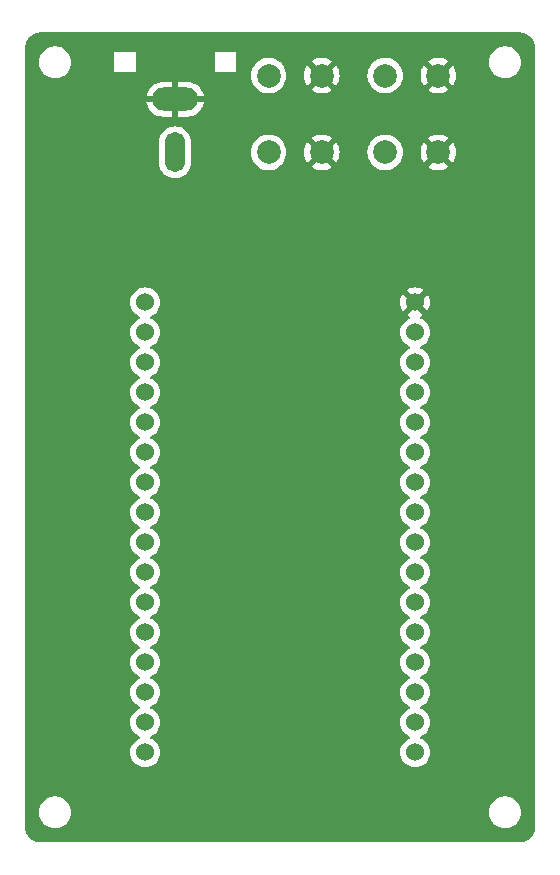
<source format=gtl>
%TF.GenerationSoftware,KiCad,Pcbnew,7.0.10*%
%TF.CreationDate,2024-10-16T21:33:48+11:00*%
%TF.ProjectId,ESP32-TestPatternGenerator,45535033-322d-4546-9573-745061747465,rev?*%
%TF.SameCoordinates,Original*%
%TF.FileFunction,Copper,L1,Top*%
%TF.FilePolarity,Positive*%
%FSLAX46Y46*%
G04 Gerber Fmt 4.6, Leading zero omitted, Abs format (unit mm)*
G04 Created by KiCad (PCBNEW 7.0.10) date 2024-10-16 21:33:48*
%MOMM*%
%LPD*%
G01*
G04 APERTURE LIST*
%TA.AperFunction,ComponentPad*%
%ADD10O,3.900000X1.950000*%
%TD*%
%TA.AperFunction,ComponentPad*%
%ADD11O,1.700000X3.400000*%
%TD*%
%TA.AperFunction,ComponentPad*%
%ADD12C,1.524000*%
%TD*%
%TA.AperFunction,ComponentPad*%
%ADD13C,2.000000*%
%TD*%
G04 APERTURE END LIST*
D10*
%TO.P,Composite Out,2,Ext*%
%TO.N,unconnected-(LOLIND32-GND-Pad17)*%
X99060000Y-76780000D03*
D11*
%TO.P,Composite Out,1,In*%
%TO.N,Net-(J1-In)*%
X99060000Y-81280000D03*
%TD*%
D12*
%TO.P,LOLIN D32,32,GND*%
%TO.N,Net-(J1-Ext)*%
X119380000Y-132080000D03*
%TO.P,LOLIN D32,31,IO15*%
%TO.N,Net-(LOLIND32-IO15)*%
X119380000Y-129540000D03*
%TO.P,LOLIN D32,30,IO2*%
%TO.N,Net-(LOLIND32-IO2)*%
X119380000Y-127000000D03*
%TO.P,LOLIN D32,29,IO0*%
%TO.N,unconnected-(LOLIND32-IO0-Pad29)*%
X119380000Y-124460000D03*
%TO.P,LOLIN D32,28,IO4*%
%TO.N,unconnected-(LOLIND32-IO4-Pad28)*%
X119380000Y-121920000D03*
%TO.P,LOLIN D32,27,IO16*%
%TO.N,unconnected-(LOLIND32-IO16-Pad27)*%
X119380000Y-119380000D03*
%TO.P,LOLIN D32,26,IO17*%
%TO.N,unconnected-(LOLIND32-IO17-Pad26)*%
X119380000Y-116840000D03*
%TO.P,LOLIN D32,25,IO5*%
%TO.N,unconnected-(LOLIND32-IO5-Pad25)*%
X119380000Y-114300000D03*
%TO.P,LOLIN D32,24,IO18*%
%TO.N,unconnected-(LOLIND32-IO18-Pad24)*%
X119380000Y-111760000D03*
%TO.P,LOLIN D32,23,IO19*%
%TO.N,unconnected-(LOLIND32-IO19-Pad23)*%
X119380000Y-109220000D03*
%TO.P,LOLIN D32,22,IO21*%
%TO.N,unconnected-(LOLIND32-IO21-Pad22)*%
X119380000Y-106680000D03*
%TO.P,LOLIN D32,21,RXD0*%
%TO.N,unconnected-(LOLIND32-RXD0-Pad21)*%
X119380000Y-104140000D03*
%TO.P,LOLIN D32,20,TXD0*%
%TO.N,unconnected-(LOLIND32-TXD0-Pad20)*%
X119380000Y-101600000D03*
%TO.P,LOLIN D32,19,IO22*%
%TO.N,unconnected-(LOLIND32-IO22-Pad19)*%
X119380000Y-99060000D03*
%TO.P,LOLIN D32,18,IO23*%
%TO.N,unconnected-(LOLIND32-IO23-Pad18)*%
X119380000Y-96520000D03*
%TO.P,LOLIN D32,17,GND*%
%TO.N,unconnected-(LOLIND32-GND-Pad17)*%
X119380000Y-93980000D03*
%TO.P,LOLIN D32,16,VBAT*%
%TO.N,unconnected-(LOLIND32-VBAT-Pad16)*%
X96520000Y-132080000D03*
%TO.P,LOLIN D32,15,VUSB*%
%TO.N,unconnected-(LOLIND32-VUSB-Pad15)*%
X96520000Y-129540000D03*
%TO.P,LOLIN D32,14,EN*%
%TO.N,unconnected-(LOLIND32-EN-Pad14)*%
X96520000Y-127000000D03*
%TO.P,LOLIN D32,13,IO13*%
%TO.N,unconnected-(LOLIND32-IO13-Pad13)*%
X96520000Y-124460000D03*
%TO.P,LOLIN D32,12,IO12*%
%TO.N,unconnected-(LOLIND32-IO12-Pad12)*%
X96520000Y-121920000D03*
%TO.P,LOLIN D32,11,IO14*%
%TO.N,unconnected-(LOLIND32-IO14-Pad11)*%
X96520000Y-119380000D03*
%TO.P,LOLIN D32,10,IO27*%
%TO.N,unconnected-(LOLIND32-IO27-Pad10)*%
X96520000Y-116840000D03*
%TO.P,LOLIN D32,9,IO26*%
%TO.N,unconnected-(LOLIND32-IO26-Pad9)*%
X96520000Y-114300000D03*
%TO.P,LOLIN D32,8,IO25*%
%TO.N,Net-(J1-In)*%
X96520000Y-111760000D03*
%TO.P,LOLIN D32,7,IO33*%
%TO.N,unconnected-(LOLIND32-IO33-Pad7)*%
X96520000Y-109220000D03*
%TO.P,LOLIN D32,6,IO32*%
%TO.N,unconnected-(LOLIND32-IO32-Pad6)*%
X96520000Y-106680000D03*
%TO.P,LOLIN D32,5,IO34*%
%TO.N,unconnected-(LOLIND32-IO34-Pad5)*%
X96520000Y-104140000D03*
%TO.P,LOLIN D32,4,VN*%
%TO.N,unconnected-(LOLIND32-VN-Pad4)*%
X96520000Y-101600000D03*
%TO.P,LOLIN D32,3,VP*%
%TO.N,unconnected-(LOLIND32-VP-Pad3)*%
X96520000Y-99060000D03*
%TO.P,LOLIN D32,2,RESET*%
%TO.N,unconnected-(LOLIND32-RESET-Pad2)*%
X96520000Y-96520000D03*
%TO.P,LOLIN D32,1,3V*%
%TO.N,unconnected-(LOLIND32-3V-Pad1)*%
X96520000Y-93980000D03*
%TD*%
D13*
%TO.P,Pattern,1,1*%
%TO.N,Net-(LOLIND32-IO15)*%
X106970000Y-74780000D03*
X106970000Y-81280000D03*
%TO.P,Pattern,2,2*%
%TO.N,unconnected-(LOLIND32-GND-Pad17)*%
X111470000Y-81280000D03*
X111470000Y-74780000D03*
%TD*%
%TO.P,PAL/NTSC,1,1*%
%TO.N,Net-(LOLIND32-IO2)*%
X116840000Y-74780000D03*
X116840000Y-81280000D03*
%TO.P,PAL/NTSC,2,2*%
%TO.N,unconnected-(LOLIND32-GND-Pad17)*%
X121340000Y-81280000D03*
X121340000Y-74780000D03*
%TD*%
%TA.AperFunction,Conductor*%
%TO.N,unconnected-(LOLIND32-GND-Pad17)*%
G36*
X128274853Y-71120882D02*
G01*
X128277530Y-71121092D01*
X128326632Y-71124957D01*
X128327244Y-71125008D01*
X128467579Y-71137285D01*
X128485698Y-71140236D01*
X128564494Y-71159153D01*
X128567476Y-71159910D01*
X128672793Y-71188130D01*
X128688150Y-71193343D01*
X128716451Y-71205065D01*
X128768496Y-71226622D01*
X128773376Y-71228770D01*
X128866788Y-71272329D01*
X128879135Y-71278963D01*
X128955163Y-71325553D01*
X128961477Y-71329694D01*
X129044166Y-71387594D01*
X129053551Y-71394860D01*
X129121975Y-71453299D01*
X129129124Y-71459908D01*
X129200090Y-71530874D01*
X129206699Y-71538023D01*
X129265135Y-71606442D01*
X129272414Y-71615844D01*
X129330299Y-71698513D01*
X129334451Y-71704845D01*
X129381028Y-71780852D01*
X129387680Y-71793231D01*
X129431208Y-71886577D01*
X129433388Y-71891531D01*
X129466655Y-71971848D01*
X129471868Y-71987205D01*
X129500067Y-72092442D01*
X129500866Y-72095589D01*
X129519760Y-72174290D01*
X129522714Y-72192430D01*
X129534967Y-72332487D01*
X129535056Y-72333562D01*
X129539117Y-72385144D01*
X129539500Y-72394876D01*
X129539500Y-138425123D01*
X129539117Y-138434855D01*
X129535056Y-138486436D01*
X129534967Y-138487511D01*
X129522714Y-138627568D01*
X129519760Y-138645708D01*
X129500866Y-138724409D01*
X129500067Y-138727556D01*
X129471868Y-138832793D01*
X129466655Y-138848150D01*
X129433388Y-138928467D01*
X129431208Y-138933421D01*
X129387680Y-139026767D01*
X129381025Y-139039153D01*
X129334451Y-139115153D01*
X129330299Y-139121485D01*
X129272414Y-139204154D01*
X129265129Y-139213563D01*
X129206699Y-139281975D01*
X129200090Y-139289124D01*
X129129124Y-139360090D01*
X129121975Y-139366699D01*
X129053563Y-139425129D01*
X129044154Y-139432414D01*
X128961485Y-139490299D01*
X128955153Y-139494451D01*
X128879153Y-139541025D01*
X128866767Y-139547680D01*
X128773421Y-139591208D01*
X128768467Y-139593388D01*
X128688150Y-139626655D01*
X128672793Y-139631868D01*
X128567556Y-139660067D01*
X128564409Y-139660866D01*
X128485708Y-139679760D01*
X128467568Y-139682714D01*
X128327511Y-139694967D01*
X128326436Y-139695056D01*
X128274855Y-139699117D01*
X128265123Y-139699500D01*
X87634877Y-139699500D01*
X87625147Y-139699118D01*
X87620829Y-139698778D01*
X87573562Y-139695057D01*
X87572487Y-139694967D01*
X87432430Y-139682714D01*
X87414290Y-139679760D01*
X87335589Y-139660866D01*
X87332442Y-139660067D01*
X87227205Y-139631868D01*
X87211848Y-139626655D01*
X87131531Y-139593388D01*
X87126577Y-139591208D01*
X87033224Y-139547676D01*
X87020852Y-139541028D01*
X86973554Y-139512044D01*
X86944845Y-139494451D01*
X86938513Y-139490299D01*
X86903624Y-139465869D01*
X86855839Y-139432410D01*
X86846442Y-139425135D01*
X86778023Y-139366699D01*
X86770874Y-139360090D01*
X86699908Y-139289124D01*
X86693299Y-139281975D01*
X86672545Y-139257675D01*
X86634860Y-139213551D01*
X86627594Y-139204166D01*
X86569694Y-139121477D01*
X86565547Y-139115153D01*
X86518963Y-139039135D01*
X86512329Y-139026788D01*
X86468770Y-138933376D01*
X86466622Y-138928496D01*
X86433343Y-138848150D01*
X86428130Y-138832793D01*
X86399910Y-138727476D01*
X86399153Y-138724494D01*
X86380236Y-138645698D01*
X86377285Y-138627579D01*
X86365008Y-138487244D01*
X86364957Y-138486632D01*
X86360882Y-138434853D01*
X86360500Y-138425126D01*
X86360500Y-137160000D01*
X87544341Y-137160000D01*
X87564936Y-137395403D01*
X87564938Y-137395413D01*
X87626094Y-137623655D01*
X87626096Y-137623659D01*
X87626097Y-137623663D01*
X87676031Y-137730746D01*
X87725964Y-137837828D01*
X87725965Y-137837830D01*
X87861505Y-138031402D01*
X88028597Y-138198494D01*
X88222169Y-138334034D01*
X88222171Y-138334035D01*
X88436337Y-138433903D01*
X88664592Y-138495063D01*
X88841032Y-138510499D01*
X88841033Y-138510500D01*
X88841034Y-138510500D01*
X88958967Y-138510500D01*
X88958967Y-138510499D01*
X89135408Y-138495063D01*
X89363663Y-138433903D01*
X89577829Y-138334035D01*
X89771401Y-138198495D01*
X89938495Y-138031401D01*
X90074035Y-137837830D01*
X90173903Y-137623663D01*
X90235063Y-137395408D01*
X90255659Y-137160000D01*
X125644341Y-137160000D01*
X125664936Y-137395403D01*
X125664938Y-137395413D01*
X125726094Y-137623655D01*
X125726096Y-137623659D01*
X125726097Y-137623663D01*
X125776031Y-137730746D01*
X125825964Y-137837828D01*
X125825965Y-137837830D01*
X125961505Y-138031402D01*
X126128597Y-138198494D01*
X126322169Y-138334034D01*
X126322171Y-138334035D01*
X126536337Y-138433903D01*
X126764592Y-138495063D01*
X126941032Y-138510499D01*
X126941033Y-138510500D01*
X126941034Y-138510500D01*
X127058967Y-138510500D01*
X127058967Y-138510499D01*
X127235408Y-138495063D01*
X127463663Y-138433903D01*
X127677829Y-138334035D01*
X127871401Y-138198495D01*
X128038495Y-138031401D01*
X128174035Y-137837830D01*
X128273903Y-137623663D01*
X128335063Y-137395408D01*
X128355659Y-137160000D01*
X128335063Y-136924592D01*
X128273903Y-136696337D01*
X128174035Y-136482171D01*
X128174034Y-136482169D01*
X128038494Y-136288597D01*
X127871402Y-136121505D01*
X127677830Y-135985965D01*
X127677828Y-135985964D01*
X127570746Y-135936031D01*
X127463663Y-135886097D01*
X127463659Y-135886096D01*
X127463655Y-135886094D01*
X127235413Y-135824938D01*
X127235403Y-135824936D01*
X127058967Y-135809500D01*
X127058966Y-135809500D01*
X126941034Y-135809500D01*
X126941033Y-135809500D01*
X126764596Y-135824936D01*
X126764586Y-135824938D01*
X126536344Y-135886094D01*
X126536335Y-135886098D01*
X126322171Y-135985964D01*
X126322169Y-135985965D01*
X126128597Y-136121505D01*
X125961506Y-136288597D01*
X125961501Y-136288604D01*
X125825967Y-136482165D01*
X125825965Y-136482169D01*
X125726098Y-136696335D01*
X125726094Y-136696344D01*
X125664938Y-136924586D01*
X125664936Y-136924596D01*
X125644341Y-137159999D01*
X125644341Y-137160000D01*
X90255659Y-137160000D01*
X90235063Y-136924592D01*
X90173903Y-136696337D01*
X90074035Y-136482171D01*
X90074034Y-136482169D01*
X89938494Y-136288597D01*
X89771402Y-136121505D01*
X89577830Y-135985965D01*
X89577828Y-135985964D01*
X89470746Y-135936031D01*
X89363663Y-135886097D01*
X89363659Y-135886096D01*
X89363655Y-135886094D01*
X89135413Y-135824938D01*
X89135403Y-135824936D01*
X88958967Y-135809500D01*
X88958966Y-135809500D01*
X88841034Y-135809500D01*
X88841033Y-135809500D01*
X88664596Y-135824936D01*
X88664586Y-135824938D01*
X88436344Y-135886094D01*
X88436335Y-135886098D01*
X88222171Y-135985964D01*
X88222169Y-135985965D01*
X88028597Y-136121505D01*
X87861506Y-136288597D01*
X87861501Y-136288604D01*
X87725967Y-136482165D01*
X87725965Y-136482169D01*
X87626098Y-136696335D01*
X87626094Y-136696344D01*
X87564938Y-136924586D01*
X87564936Y-136924596D01*
X87544341Y-137159999D01*
X87544341Y-137160000D01*
X86360500Y-137160000D01*
X86360500Y-132080002D01*
X95252677Y-132080002D01*
X95271929Y-132300062D01*
X95271930Y-132300070D01*
X95329104Y-132513445D01*
X95329105Y-132513447D01*
X95329106Y-132513450D01*
X95422466Y-132713662D01*
X95422468Y-132713666D01*
X95549170Y-132894615D01*
X95549175Y-132894621D01*
X95705378Y-133050824D01*
X95705384Y-133050829D01*
X95886333Y-133177531D01*
X95886335Y-133177532D01*
X95886338Y-133177534D01*
X96086550Y-133270894D01*
X96299932Y-133328070D01*
X96457123Y-133341822D01*
X96519998Y-133347323D01*
X96520000Y-133347323D01*
X96520002Y-133347323D01*
X96575017Y-133342509D01*
X96740068Y-133328070D01*
X96953450Y-133270894D01*
X97153662Y-133177534D01*
X97334620Y-133050826D01*
X97490826Y-132894620D01*
X97617534Y-132713662D01*
X97710894Y-132513450D01*
X97768070Y-132300068D01*
X97787323Y-132080002D01*
X118112677Y-132080002D01*
X118131929Y-132300062D01*
X118131930Y-132300070D01*
X118189104Y-132513445D01*
X118189105Y-132513447D01*
X118189106Y-132513450D01*
X118282466Y-132713662D01*
X118282468Y-132713666D01*
X118409170Y-132894615D01*
X118409175Y-132894621D01*
X118565378Y-133050824D01*
X118565384Y-133050829D01*
X118746333Y-133177531D01*
X118746335Y-133177532D01*
X118746338Y-133177534D01*
X118946550Y-133270894D01*
X119159932Y-133328070D01*
X119317123Y-133341822D01*
X119379998Y-133347323D01*
X119380000Y-133347323D01*
X119380002Y-133347323D01*
X119435017Y-133342509D01*
X119600068Y-133328070D01*
X119813450Y-133270894D01*
X120013662Y-133177534D01*
X120194620Y-133050826D01*
X120350826Y-132894620D01*
X120477534Y-132713662D01*
X120570894Y-132513450D01*
X120628070Y-132300068D01*
X120647323Y-132080000D01*
X120628070Y-131859932D01*
X120570894Y-131646550D01*
X120477534Y-131446339D01*
X120350826Y-131265380D01*
X120194620Y-131109174D01*
X120194616Y-131109171D01*
X120194615Y-131109170D01*
X120013666Y-130982468D01*
X120013658Y-130982464D01*
X119884811Y-130922382D01*
X119832371Y-130876210D01*
X119813219Y-130809017D01*
X119833435Y-130742135D01*
X119884811Y-130697618D01*
X119890802Y-130694824D01*
X120013662Y-130637534D01*
X120194620Y-130510826D01*
X120350826Y-130354620D01*
X120477534Y-130173662D01*
X120570894Y-129973450D01*
X120628070Y-129760068D01*
X120647323Y-129540000D01*
X120628070Y-129319932D01*
X120570894Y-129106550D01*
X120477534Y-128906339D01*
X120350826Y-128725380D01*
X120194620Y-128569174D01*
X120194616Y-128569171D01*
X120194615Y-128569170D01*
X120013666Y-128442468D01*
X120013658Y-128442464D01*
X119884811Y-128382382D01*
X119832371Y-128336210D01*
X119813219Y-128269017D01*
X119833435Y-128202135D01*
X119884811Y-128157618D01*
X119890802Y-128154824D01*
X120013662Y-128097534D01*
X120194620Y-127970826D01*
X120350826Y-127814620D01*
X120477534Y-127633662D01*
X120570894Y-127433450D01*
X120628070Y-127220068D01*
X120647323Y-127000000D01*
X120628070Y-126779932D01*
X120570894Y-126566550D01*
X120477534Y-126366339D01*
X120350826Y-126185380D01*
X120194620Y-126029174D01*
X120194616Y-126029171D01*
X120194615Y-126029170D01*
X120013666Y-125902468D01*
X120013658Y-125902464D01*
X119884811Y-125842382D01*
X119832371Y-125796210D01*
X119813219Y-125729017D01*
X119833435Y-125662135D01*
X119884811Y-125617618D01*
X119890802Y-125614824D01*
X120013662Y-125557534D01*
X120194620Y-125430826D01*
X120350826Y-125274620D01*
X120477534Y-125093662D01*
X120570894Y-124893450D01*
X120628070Y-124680068D01*
X120647323Y-124460000D01*
X120628070Y-124239932D01*
X120570894Y-124026550D01*
X120477534Y-123826339D01*
X120350826Y-123645380D01*
X120194620Y-123489174D01*
X120194616Y-123489171D01*
X120194615Y-123489170D01*
X120013666Y-123362468D01*
X120013658Y-123362464D01*
X119884811Y-123302382D01*
X119832371Y-123256210D01*
X119813219Y-123189017D01*
X119833435Y-123122135D01*
X119884811Y-123077618D01*
X119890802Y-123074824D01*
X120013662Y-123017534D01*
X120194620Y-122890826D01*
X120350826Y-122734620D01*
X120477534Y-122553662D01*
X120570894Y-122353450D01*
X120628070Y-122140068D01*
X120647323Y-121920000D01*
X120628070Y-121699932D01*
X120570894Y-121486550D01*
X120477534Y-121286339D01*
X120350826Y-121105380D01*
X120194620Y-120949174D01*
X120194616Y-120949171D01*
X120194615Y-120949170D01*
X120013666Y-120822468D01*
X120013658Y-120822464D01*
X119884811Y-120762382D01*
X119832371Y-120716210D01*
X119813219Y-120649017D01*
X119833435Y-120582135D01*
X119884811Y-120537618D01*
X119890802Y-120534824D01*
X120013662Y-120477534D01*
X120194620Y-120350826D01*
X120350826Y-120194620D01*
X120477534Y-120013662D01*
X120570894Y-119813450D01*
X120628070Y-119600068D01*
X120647323Y-119380000D01*
X120628070Y-119159932D01*
X120570894Y-118946550D01*
X120477534Y-118746339D01*
X120350826Y-118565380D01*
X120194620Y-118409174D01*
X120194616Y-118409171D01*
X120194615Y-118409170D01*
X120013666Y-118282468D01*
X120013658Y-118282464D01*
X119884811Y-118222382D01*
X119832371Y-118176210D01*
X119813219Y-118109017D01*
X119833435Y-118042135D01*
X119884811Y-117997618D01*
X119890802Y-117994824D01*
X120013662Y-117937534D01*
X120194620Y-117810826D01*
X120350826Y-117654620D01*
X120477534Y-117473662D01*
X120570894Y-117273450D01*
X120628070Y-117060068D01*
X120647323Y-116840000D01*
X120628070Y-116619932D01*
X120570894Y-116406550D01*
X120477534Y-116206339D01*
X120350826Y-116025380D01*
X120194620Y-115869174D01*
X120194616Y-115869171D01*
X120194615Y-115869170D01*
X120013666Y-115742468D01*
X120013658Y-115742464D01*
X119884811Y-115682382D01*
X119832371Y-115636210D01*
X119813219Y-115569017D01*
X119833435Y-115502135D01*
X119884811Y-115457618D01*
X119890802Y-115454824D01*
X120013662Y-115397534D01*
X120194620Y-115270826D01*
X120350826Y-115114620D01*
X120477534Y-114933662D01*
X120570894Y-114733450D01*
X120628070Y-114520068D01*
X120647323Y-114300000D01*
X120628070Y-114079932D01*
X120570894Y-113866550D01*
X120477534Y-113666339D01*
X120350826Y-113485380D01*
X120194620Y-113329174D01*
X120194616Y-113329171D01*
X120194615Y-113329170D01*
X120013666Y-113202468D01*
X120013658Y-113202464D01*
X119884811Y-113142382D01*
X119832371Y-113096210D01*
X119813219Y-113029017D01*
X119833435Y-112962135D01*
X119884811Y-112917618D01*
X119890802Y-112914824D01*
X120013662Y-112857534D01*
X120194620Y-112730826D01*
X120350826Y-112574620D01*
X120477534Y-112393662D01*
X120570894Y-112193450D01*
X120628070Y-111980068D01*
X120647323Y-111760000D01*
X120628070Y-111539932D01*
X120570894Y-111326550D01*
X120477534Y-111126339D01*
X120350826Y-110945380D01*
X120194620Y-110789174D01*
X120194616Y-110789171D01*
X120194615Y-110789170D01*
X120013666Y-110662468D01*
X120013658Y-110662464D01*
X119884811Y-110602382D01*
X119832371Y-110556210D01*
X119813219Y-110489017D01*
X119833435Y-110422135D01*
X119884811Y-110377618D01*
X119890802Y-110374824D01*
X120013662Y-110317534D01*
X120194620Y-110190826D01*
X120350826Y-110034620D01*
X120477534Y-109853662D01*
X120570894Y-109653450D01*
X120628070Y-109440068D01*
X120647323Y-109220000D01*
X120628070Y-108999932D01*
X120570894Y-108786550D01*
X120477534Y-108586339D01*
X120350826Y-108405380D01*
X120194620Y-108249174D01*
X120194616Y-108249171D01*
X120194615Y-108249170D01*
X120013666Y-108122468D01*
X120013658Y-108122464D01*
X119884811Y-108062382D01*
X119832371Y-108016210D01*
X119813219Y-107949017D01*
X119833435Y-107882135D01*
X119884811Y-107837618D01*
X119890802Y-107834824D01*
X120013662Y-107777534D01*
X120194620Y-107650826D01*
X120350826Y-107494620D01*
X120477534Y-107313662D01*
X120570894Y-107113450D01*
X120628070Y-106900068D01*
X120647323Y-106680000D01*
X120628070Y-106459932D01*
X120570894Y-106246550D01*
X120477534Y-106046339D01*
X120350826Y-105865380D01*
X120194620Y-105709174D01*
X120194616Y-105709171D01*
X120194615Y-105709170D01*
X120013666Y-105582468D01*
X120013658Y-105582464D01*
X119884811Y-105522382D01*
X119832371Y-105476210D01*
X119813219Y-105409017D01*
X119833435Y-105342135D01*
X119884811Y-105297618D01*
X119890802Y-105294824D01*
X120013662Y-105237534D01*
X120194620Y-105110826D01*
X120350826Y-104954620D01*
X120477534Y-104773662D01*
X120570894Y-104573450D01*
X120628070Y-104360068D01*
X120647323Y-104140000D01*
X120628070Y-103919932D01*
X120570894Y-103706550D01*
X120477534Y-103506339D01*
X120350826Y-103325380D01*
X120194620Y-103169174D01*
X120194616Y-103169171D01*
X120194615Y-103169170D01*
X120013666Y-103042468D01*
X120013658Y-103042464D01*
X119884811Y-102982382D01*
X119832371Y-102936210D01*
X119813219Y-102869017D01*
X119833435Y-102802135D01*
X119884811Y-102757618D01*
X119890802Y-102754824D01*
X120013662Y-102697534D01*
X120194620Y-102570826D01*
X120350826Y-102414620D01*
X120477534Y-102233662D01*
X120570894Y-102033450D01*
X120628070Y-101820068D01*
X120647323Y-101600000D01*
X120628070Y-101379932D01*
X120570894Y-101166550D01*
X120477534Y-100966339D01*
X120350826Y-100785380D01*
X120194620Y-100629174D01*
X120194616Y-100629171D01*
X120194615Y-100629170D01*
X120013666Y-100502468D01*
X120013658Y-100502464D01*
X119884811Y-100442382D01*
X119832371Y-100396210D01*
X119813219Y-100329017D01*
X119833435Y-100262135D01*
X119884811Y-100217618D01*
X119890802Y-100214824D01*
X120013662Y-100157534D01*
X120194620Y-100030826D01*
X120350826Y-99874620D01*
X120477534Y-99693662D01*
X120570894Y-99493450D01*
X120628070Y-99280068D01*
X120647323Y-99060000D01*
X120628070Y-98839932D01*
X120570894Y-98626550D01*
X120477534Y-98426339D01*
X120350826Y-98245380D01*
X120194620Y-98089174D01*
X120194616Y-98089171D01*
X120194615Y-98089170D01*
X120013666Y-97962468D01*
X120013658Y-97962464D01*
X119884811Y-97902382D01*
X119832371Y-97856210D01*
X119813219Y-97789017D01*
X119833435Y-97722135D01*
X119884811Y-97677618D01*
X119890802Y-97674824D01*
X120013662Y-97617534D01*
X120194620Y-97490826D01*
X120350826Y-97334620D01*
X120477534Y-97153662D01*
X120570894Y-96953450D01*
X120628070Y-96740068D01*
X120647323Y-96520000D01*
X120628070Y-96299932D01*
X120570894Y-96086550D01*
X120477534Y-95886339D01*
X120350826Y-95705380D01*
X120194620Y-95549174D01*
X120194616Y-95549171D01*
X120194615Y-95549170D01*
X120013666Y-95422468D01*
X120013662Y-95422466D01*
X119884218Y-95362105D01*
X119831779Y-95315932D01*
X119812627Y-95248739D01*
X119832843Y-95181858D01*
X119884219Y-95137340D01*
X120013416Y-95077095D01*
X120013417Y-95077094D01*
X120078188Y-95031741D01*
X119407448Y-94361000D01*
X119411569Y-94361000D01*
X119505421Y-94345339D01*
X119617251Y-94284820D01*
X119703371Y-94191269D01*
X119754448Y-94074823D01*
X119760105Y-94006552D01*
X120431741Y-94678188D01*
X120477094Y-94613417D01*
X120477100Y-94613407D01*
X120570419Y-94413284D01*
X120570424Y-94413270D01*
X120627573Y-94199986D01*
X120627575Y-94199976D01*
X120646821Y-93980000D01*
X120646821Y-93979999D01*
X120627575Y-93760023D01*
X120627573Y-93760013D01*
X120570424Y-93546729D01*
X120570420Y-93546720D01*
X120477096Y-93346586D01*
X120431741Y-93281811D01*
X120431740Y-93281810D01*
X119764903Y-93948648D01*
X119764949Y-93948102D01*
X119733734Y-93824838D01*
X119664187Y-93718388D01*
X119563843Y-93640287D01*
X119443578Y-93599000D01*
X119407448Y-93599000D01*
X120078188Y-92928259D01*
X120078187Y-92928258D01*
X120013411Y-92882901D01*
X120013405Y-92882898D01*
X119813284Y-92789580D01*
X119813270Y-92789575D01*
X119599986Y-92732426D01*
X119599976Y-92732424D01*
X119380001Y-92713179D01*
X119379999Y-92713179D01*
X119160023Y-92732424D01*
X119160013Y-92732426D01*
X118946729Y-92789575D01*
X118946720Y-92789579D01*
X118746590Y-92882901D01*
X118681811Y-92928258D01*
X119352553Y-93599000D01*
X119348431Y-93599000D01*
X119254579Y-93614661D01*
X119142749Y-93675180D01*
X119056629Y-93768731D01*
X119005552Y-93885177D01*
X118999894Y-93953447D01*
X118328258Y-93281811D01*
X118282901Y-93346590D01*
X118189579Y-93546720D01*
X118189575Y-93546729D01*
X118132426Y-93760013D01*
X118132424Y-93760023D01*
X118113179Y-93979999D01*
X118113179Y-93980000D01*
X118132424Y-94199976D01*
X118132426Y-94199986D01*
X118189575Y-94413270D01*
X118189580Y-94413284D01*
X118282898Y-94613405D01*
X118282901Y-94613411D01*
X118328258Y-94678187D01*
X118328259Y-94678188D01*
X118995096Y-94011350D01*
X118995051Y-94011898D01*
X119026266Y-94135162D01*
X119095813Y-94241612D01*
X119196157Y-94319713D01*
X119316422Y-94361000D01*
X119352553Y-94361000D01*
X118681810Y-95031740D01*
X118746589Y-95077098D01*
X118875781Y-95137342D01*
X118928220Y-95183514D01*
X118947372Y-95250708D01*
X118927156Y-95317589D01*
X118875781Y-95362106D01*
X118746340Y-95422465D01*
X118746338Y-95422466D01*
X118565377Y-95549175D01*
X118409175Y-95705377D01*
X118282466Y-95886338D01*
X118282465Y-95886340D01*
X118189107Y-96086548D01*
X118189104Y-96086554D01*
X118131930Y-96299929D01*
X118131929Y-96299937D01*
X118112677Y-96519997D01*
X118112677Y-96520002D01*
X118131929Y-96740062D01*
X118131930Y-96740070D01*
X118189104Y-96953445D01*
X118189105Y-96953447D01*
X118189106Y-96953450D01*
X118282466Y-97153662D01*
X118282468Y-97153666D01*
X118409170Y-97334615D01*
X118409175Y-97334621D01*
X118565378Y-97490824D01*
X118565384Y-97490829D01*
X118746333Y-97617531D01*
X118746335Y-97617532D01*
X118746338Y-97617534D01*
X118865748Y-97673215D01*
X118875189Y-97677618D01*
X118927628Y-97723790D01*
X118946780Y-97790984D01*
X118926564Y-97857865D01*
X118875189Y-97902382D01*
X118746340Y-97962465D01*
X118746338Y-97962466D01*
X118565377Y-98089175D01*
X118409175Y-98245377D01*
X118282466Y-98426338D01*
X118282465Y-98426340D01*
X118189107Y-98626548D01*
X118189104Y-98626554D01*
X118131930Y-98839929D01*
X118131929Y-98839937D01*
X118112677Y-99059997D01*
X118112677Y-99060002D01*
X118131929Y-99280062D01*
X118131930Y-99280070D01*
X118189104Y-99493445D01*
X118189105Y-99493447D01*
X118189106Y-99493450D01*
X118282466Y-99693662D01*
X118282468Y-99693666D01*
X118409170Y-99874615D01*
X118409175Y-99874621D01*
X118565378Y-100030824D01*
X118565384Y-100030829D01*
X118746333Y-100157531D01*
X118746335Y-100157532D01*
X118746338Y-100157534D01*
X118865748Y-100213215D01*
X118875189Y-100217618D01*
X118927628Y-100263790D01*
X118946780Y-100330984D01*
X118926564Y-100397865D01*
X118875189Y-100442382D01*
X118746340Y-100502465D01*
X118746338Y-100502466D01*
X118565377Y-100629175D01*
X118409175Y-100785377D01*
X118282466Y-100966338D01*
X118282465Y-100966340D01*
X118189107Y-101166548D01*
X118189104Y-101166554D01*
X118131930Y-101379929D01*
X118131929Y-101379937D01*
X118112677Y-101599997D01*
X118112677Y-101600002D01*
X118131929Y-101820062D01*
X118131930Y-101820070D01*
X118189104Y-102033445D01*
X118189105Y-102033447D01*
X118189106Y-102033450D01*
X118282466Y-102233662D01*
X118282468Y-102233666D01*
X118409170Y-102414615D01*
X118409175Y-102414621D01*
X118565378Y-102570824D01*
X118565384Y-102570829D01*
X118746333Y-102697531D01*
X118746335Y-102697532D01*
X118746338Y-102697534D01*
X118865748Y-102753215D01*
X118875189Y-102757618D01*
X118927628Y-102803790D01*
X118946780Y-102870984D01*
X118926564Y-102937865D01*
X118875189Y-102982382D01*
X118746340Y-103042465D01*
X118746338Y-103042466D01*
X118565377Y-103169175D01*
X118409175Y-103325377D01*
X118282466Y-103506338D01*
X118282465Y-103506340D01*
X118189107Y-103706548D01*
X118189104Y-103706554D01*
X118131930Y-103919929D01*
X118131929Y-103919937D01*
X118112677Y-104139997D01*
X118112677Y-104140002D01*
X118131929Y-104360062D01*
X118131930Y-104360070D01*
X118189104Y-104573445D01*
X118189105Y-104573447D01*
X118189106Y-104573450D01*
X118282466Y-104773662D01*
X118282468Y-104773666D01*
X118409170Y-104954615D01*
X118409175Y-104954621D01*
X118565378Y-105110824D01*
X118565384Y-105110829D01*
X118746333Y-105237531D01*
X118746335Y-105237532D01*
X118746338Y-105237534D01*
X118865748Y-105293215D01*
X118875189Y-105297618D01*
X118927628Y-105343790D01*
X118946780Y-105410984D01*
X118926564Y-105477865D01*
X118875189Y-105522382D01*
X118746340Y-105582465D01*
X118746338Y-105582466D01*
X118565377Y-105709175D01*
X118409175Y-105865377D01*
X118282466Y-106046338D01*
X118282465Y-106046340D01*
X118189107Y-106246548D01*
X118189104Y-106246554D01*
X118131930Y-106459929D01*
X118131929Y-106459937D01*
X118112677Y-106679997D01*
X118112677Y-106680002D01*
X118131929Y-106900062D01*
X118131930Y-106900070D01*
X118189104Y-107113445D01*
X118189105Y-107113447D01*
X118189106Y-107113450D01*
X118282466Y-107313662D01*
X118282468Y-107313666D01*
X118409170Y-107494615D01*
X118409175Y-107494621D01*
X118565378Y-107650824D01*
X118565384Y-107650829D01*
X118746333Y-107777531D01*
X118746335Y-107777532D01*
X118746338Y-107777534D01*
X118865748Y-107833215D01*
X118875189Y-107837618D01*
X118927628Y-107883790D01*
X118946780Y-107950984D01*
X118926564Y-108017865D01*
X118875189Y-108062382D01*
X118746340Y-108122465D01*
X118746338Y-108122466D01*
X118565377Y-108249175D01*
X118409175Y-108405377D01*
X118282466Y-108586338D01*
X118282465Y-108586340D01*
X118189107Y-108786548D01*
X118189104Y-108786554D01*
X118131930Y-108999929D01*
X118131929Y-108999937D01*
X118112677Y-109219997D01*
X118112677Y-109220002D01*
X118131929Y-109440062D01*
X118131930Y-109440070D01*
X118189104Y-109653445D01*
X118189105Y-109653447D01*
X118189106Y-109653450D01*
X118282466Y-109853662D01*
X118282468Y-109853666D01*
X118409170Y-110034615D01*
X118409175Y-110034621D01*
X118565378Y-110190824D01*
X118565384Y-110190829D01*
X118746333Y-110317531D01*
X118746335Y-110317532D01*
X118746338Y-110317534D01*
X118865748Y-110373215D01*
X118875189Y-110377618D01*
X118927628Y-110423790D01*
X118946780Y-110490984D01*
X118926564Y-110557865D01*
X118875189Y-110602382D01*
X118746340Y-110662465D01*
X118746338Y-110662466D01*
X118565377Y-110789175D01*
X118409175Y-110945377D01*
X118282466Y-111126338D01*
X118282465Y-111126340D01*
X118189107Y-111326548D01*
X118189104Y-111326554D01*
X118131930Y-111539929D01*
X118131929Y-111539937D01*
X118112677Y-111759997D01*
X118112677Y-111760002D01*
X118131929Y-111980062D01*
X118131930Y-111980070D01*
X118189104Y-112193445D01*
X118189105Y-112193447D01*
X118189106Y-112193450D01*
X118282466Y-112393662D01*
X118282468Y-112393666D01*
X118409170Y-112574615D01*
X118409175Y-112574621D01*
X118565378Y-112730824D01*
X118565384Y-112730829D01*
X118746333Y-112857531D01*
X118746335Y-112857532D01*
X118746338Y-112857534D01*
X118865748Y-112913215D01*
X118875189Y-112917618D01*
X118927628Y-112963790D01*
X118946780Y-113030984D01*
X118926564Y-113097865D01*
X118875189Y-113142382D01*
X118746340Y-113202465D01*
X118746338Y-113202466D01*
X118565377Y-113329175D01*
X118409175Y-113485377D01*
X118282466Y-113666338D01*
X118282465Y-113666340D01*
X118189107Y-113866548D01*
X118189104Y-113866554D01*
X118131930Y-114079929D01*
X118131929Y-114079937D01*
X118112677Y-114299997D01*
X118112677Y-114300002D01*
X118131929Y-114520062D01*
X118131930Y-114520070D01*
X118189104Y-114733445D01*
X118189105Y-114733447D01*
X118189106Y-114733450D01*
X118282466Y-114933662D01*
X118282468Y-114933666D01*
X118409170Y-115114615D01*
X118409175Y-115114621D01*
X118565378Y-115270824D01*
X118565384Y-115270829D01*
X118746333Y-115397531D01*
X118746335Y-115397532D01*
X118746338Y-115397534D01*
X118865748Y-115453215D01*
X118875189Y-115457618D01*
X118927628Y-115503790D01*
X118946780Y-115570984D01*
X118926564Y-115637865D01*
X118875189Y-115682382D01*
X118746340Y-115742465D01*
X118746338Y-115742466D01*
X118565377Y-115869175D01*
X118409175Y-116025377D01*
X118282466Y-116206338D01*
X118282465Y-116206340D01*
X118189107Y-116406548D01*
X118189104Y-116406554D01*
X118131930Y-116619929D01*
X118131929Y-116619937D01*
X118112677Y-116839997D01*
X118112677Y-116840002D01*
X118131929Y-117060062D01*
X118131930Y-117060070D01*
X118189104Y-117273445D01*
X118189105Y-117273447D01*
X118189106Y-117273450D01*
X118282466Y-117473662D01*
X118282468Y-117473666D01*
X118409170Y-117654615D01*
X118409175Y-117654621D01*
X118565378Y-117810824D01*
X118565384Y-117810829D01*
X118746333Y-117937531D01*
X118746335Y-117937532D01*
X118746338Y-117937534D01*
X118865748Y-117993215D01*
X118875189Y-117997618D01*
X118927628Y-118043790D01*
X118946780Y-118110984D01*
X118926564Y-118177865D01*
X118875189Y-118222382D01*
X118746340Y-118282465D01*
X118746338Y-118282466D01*
X118565377Y-118409175D01*
X118409175Y-118565377D01*
X118282466Y-118746338D01*
X118282465Y-118746340D01*
X118189107Y-118946548D01*
X118189104Y-118946554D01*
X118131930Y-119159929D01*
X118131929Y-119159937D01*
X118112677Y-119379997D01*
X118112677Y-119380002D01*
X118131929Y-119600062D01*
X118131930Y-119600070D01*
X118189104Y-119813445D01*
X118189105Y-119813447D01*
X118189106Y-119813450D01*
X118282466Y-120013662D01*
X118282468Y-120013666D01*
X118409170Y-120194615D01*
X118409175Y-120194621D01*
X118565378Y-120350824D01*
X118565384Y-120350829D01*
X118746333Y-120477531D01*
X118746335Y-120477532D01*
X118746338Y-120477534D01*
X118865748Y-120533215D01*
X118875189Y-120537618D01*
X118927628Y-120583790D01*
X118946780Y-120650984D01*
X118926564Y-120717865D01*
X118875189Y-120762382D01*
X118746340Y-120822465D01*
X118746338Y-120822466D01*
X118565377Y-120949175D01*
X118409175Y-121105377D01*
X118282466Y-121286338D01*
X118282465Y-121286340D01*
X118189107Y-121486548D01*
X118189104Y-121486554D01*
X118131930Y-121699929D01*
X118131929Y-121699937D01*
X118112677Y-121919997D01*
X118112677Y-121920002D01*
X118131929Y-122140062D01*
X118131930Y-122140070D01*
X118189104Y-122353445D01*
X118189105Y-122353447D01*
X118189106Y-122353450D01*
X118282466Y-122553662D01*
X118282468Y-122553666D01*
X118409170Y-122734615D01*
X118409175Y-122734621D01*
X118565378Y-122890824D01*
X118565384Y-122890829D01*
X118746333Y-123017531D01*
X118746335Y-123017532D01*
X118746338Y-123017534D01*
X118865748Y-123073215D01*
X118875189Y-123077618D01*
X118927628Y-123123790D01*
X118946780Y-123190984D01*
X118926564Y-123257865D01*
X118875189Y-123302382D01*
X118746340Y-123362465D01*
X118746338Y-123362466D01*
X118565377Y-123489175D01*
X118409175Y-123645377D01*
X118282466Y-123826338D01*
X118282465Y-123826340D01*
X118189107Y-124026548D01*
X118189104Y-124026554D01*
X118131930Y-124239929D01*
X118131929Y-124239937D01*
X118112677Y-124459997D01*
X118112677Y-124460002D01*
X118131929Y-124680062D01*
X118131930Y-124680070D01*
X118189104Y-124893445D01*
X118189105Y-124893447D01*
X118189106Y-124893450D01*
X118282466Y-125093662D01*
X118282468Y-125093666D01*
X118409170Y-125274615D01*
X118409175Y-125274621D01*
X118565378Y-125430824D01*
X118565384Y-125430829D01*
X118746333Y-125557531D01*
X118746335Y-125557532D01*
X118746338Y-125557534D01*
X118865748Y-125613215D01*
X118875189Y-125617618D01*
X118927628Y-125663790D01*
X118946780Y-125730984D01*
X118926564Y-125797865D01*
X118875189Y-125842382D01*
X118746340Y-125902465D01*
X118746338Y-125902466D01*
X118565377Y-126029175D01*
X118409175Y-126185377D01*
X118282466Y-126366338D01*
X118282465Y-126366340D01*
X118189107Y-126566548D01*
X118189104Y-126566554D01*
X118131930Y-126779929D01*
X118131929Y-126779937D01*
X118112677Y-126999997D01*
X118112677Y-127000002D01*
X118131929Y-127220062D01*
X118131930Y-127220070D01*
X118189104Y-127433445D01*
X118189105Y-127433447D01*
X118189106Y-127433450D01*
X118282466Y-127633662D01*
X118282468Y-127633666D01*
X118409170Y-127814615D01*
X118409175Y-127814621D01*
X118565378Y-127970824D01*
X118565384Y-127970829D01*
X118746333Y-128097531D01*
X118746335Y-128097532D01*
X118746338Y-128097534D01*
X118865748Y-128153215D01*
X118875189Y-128157618D01*
X118927628Y-128203790D01*
X118946780Y-128270984D01*
X118926564Y-128337865D01*
X118875189Y-128382382D01*
X118746340Y-128442465D01*
X118746338Y-128442466D01*
X118565377Y-128569175D01*
X118409175Y-128725377D01*
X118282466Y-128906338D01*
X118282465Y-128906340D01*
X118189107Y-129106548D01*
X118189104Y-129106554D01*
X118131930Y-129319929D01*
X118131929Y-129319937D01*
X118112677Y-129539997D01*
X118112677Y-129540002D01*
X118131929Y-129760062D01*
X118131930Y-129760070D01*
X118189104Y-129973445D01*
X118189105Y-129973447D01*
X118189106Y-129973450D01*
X118282466Y-130173662D01*
X118282468Y-130173666D01*
X118409170Y-130354615D01*
X118409175Y-130354621D01*
X118565378Y-130510824D01*
X118565384Y-130510829D01*
X118746333Y-130637531D01*
X118746335Y-130637532D01*
X118746338Y-130637534D01*
X118865748Y-130693215D01*
X118875189Y-130697618D01*
X118927628Y-130743790D01*
X118946780Y-130810984D01*
X118926564Y-130877865D01*
X118875189Y-130922382D01*
X118746340Y-130982465D01*
X118746338Y-130982466D01*
X118565377Y-131109175D01*
X118409175Y-131265377D01*
X118282466Y-131446338D01*
X118282465Y-131446340D01*
X118189107Y-131646548D01*
X118189104Y-131646554D01*
X118131930Y-131859929D01*
X118131929Y-131859937D01*
X118112677Y-132079997D01*
X118112677Y-132080002D01*
X97787323Y-132080002D01*
X97787323Y-132080000D01*
X97768070Y-131859932D01*
X97710894Y-131646550D01*
X97617534Y-131446339D01*
X97490826Y-131265380D01*
X97334620Y-131109174D01*
X97334616Y-131109171D01*
X97334615Y-131109170D01*
X97153666Y-130982468D01*
X97153658Y-130982464D01*
X97024811Y-130922382D01*
X96972371Y-130876210D01*
X96953219Y-130809017D01*
X96973435Y-130742135D01*
X97024811Y-130697618D01*
X97030802Y-130694824D01*
X97153662Y-130637534D01*
X97334620Y-130510826D01*
X97490826Y-130354620D01*
X97617534Y-130173662D01*
X97710894Y-129973450D01*
X97768070Y-129760068D01*
X97787323Y-129540000D01*
X97768070Y-129319932D01*
X97710894Y-129106550D01*
X97617534Y-128906339D01*
X97490826Y-128725380D01*
X97334620Y-128569174D01*
X97334616Y-128569171D01*
X97334615Y-128569170D01*
X97153666Y-128442468D01*
X97153658Y-128442464D01*
X97024811Y-128382382D01*
X96972371Y-128336210D01*
X96953219Y-128269017D01*
X96973435Y-128202135D01*
X97024811Y-128157618D01*
X97030802Y-128154824D01*
X97153662Y-128097534D01*
X97334620Y-127970826D01*
X97490826Y-127814620D01*
X97617534Y-127633662D01*
X97710894Y-127433450D01*
X97768070Y-127220068D01*
X97787323Y-127000000D01*
X97768070Y-126779932D01*
X97710894Y-126566550D01*
X97617534Y-126366339D01*
X97490826Y-126185380D01*
X97334620Y-126029174D01*
X97334616Y-126029171D01*
X97334615Y-126029170D01*
X97153666Y-125902468D01*
X97153658Y-125902464D01*
X97024811Y-125842382D01*
X96972371Y-125796210D01*
X96953219Y-125729017D01*
X96973435Y-125662135D01*
X97024811Y-125617618D01*
X97030802Y-125614824D01*
X97153662Y-125557534D01*
X97334620Y-125430826D01*
X97490826Y-125274620D01*
X97617534Y-125093662D01*
X97710894Y-124893450D01*
X97768070Y-124680068D01*
X97787323Y-124460000D01*
X97768070Y-124239932D01*
X97710894Y-124026550D01*
X97617534Y-123826339D01*
X97490826Y-123645380D01*
X97334620Y-123489174D01*
X97334616Y-123489171D01*
X97334615Y-123489170D01*
X97153666Y-123362468D01*
X97153658Y-123362464D01*
X97024811Y-123302382D01*
X96972371Y-123256210D01*
X96953219Y-123189017D01*
X96973435Y-123122135D01*
X97024811Y-123077618D01*
X97030802Y-123074824D01*
X97153662Y-123017534D01*
X97334620Y-122890826D01*
X97490826Y-122734620D01*
X97617534Y-122553662D01*
X97710894Y-122353450D01*
X97768070Y-122140068D01*
X97787323Y-121920000D01*
X97768070Y-121699932D01*
X97710894Y-121486550D01*
X97617534Y-121286339D01*
X97490826Y-121105380D01*
X97334620Y-120949174D01*
X97334616Y-120949171D01*
X97334615Y-120949170D01*
X97153666Y-120822468D01*
X97153658Y-120822464D01*
X97024811Y-120762382D01*
X96972371Y-120716210D01*
X96953219Y-120649017D01*
X96973435Y-120582135D01*
X97024811Y-120537618D01*
X97030802Y-120534824D01*
X97153662Y-120477534D01*
X97334620Y-120350826D01*
X97490826Y-120194620D01*
X97617534Y-120013662D01*
X97710894Y-119813450D01*
X97768070Y-119600068D01*
X97787323Y-119380000D01*
X97768070Y-119159932D01*
X97710894Y-118946550D01*
X97617534Y-118746339D01*
X97490826Y-118565380D01*
X97334620Y-118409174D01*
X97334616Y-118409171D01*
X97334615Y-118409170D01*
X97153666Y-118282468D01*
X97153658Y-118282464D01*
X97024811Y-118222382D01*
X96972371Y-118176210D01*
X96953219Y-118109017D01*
X96973435Y-118042135D01*
X97024811Y-117997618D01*
X97030802Y-117994824D01*
X97153662Y-117937534D01*
X97334620Y-117810826D01*
X97490826Y-117654620D01*
X97617534Y-117473662D01*
X97710894Y-117273450D01*
X97768070Y-117060068D01*
X97787323Y-116840000D01*
X97768070Y-116619932D01*
X97710894Y-116406550D01*
X97617534Y-116206339D01*
X97490826Y-116025380D01*
X97334620Y-115869174D01*
X97334616Y-115869171D01*
X97334615Y-115869170D01*
X97153666Y-115742468D01*
X97153658Y-115742464D01*
X97024811Y-115682382D01*
X96972371Y-115636210D01*
X96953219Y-115569017D01*
X96973435Y-115502135D01*
X97024811Y-115457618D01*
X97030802Y-115454824D01*
X97153662Y-115397534D01*
X97334620Y-115270826D01*
X97490826Y-115114620D01*
X97617534Y-114933662D01*
X97710894Y-114733450D01*
X97768070Y-114520068D01*
X97787323Y-114300000D01*
X97768070Y-114079932D01*
X97710894Y-113866550D01*
X97617534Y-113666339D01*
X97490826Y-113485380D01*
X97334620Y-113329174D01*
X97334616Y-113329171D01*
X97334615Y-113329170D01*
X97153666Y-113202468D01*
X97153658Y-113202464D01*
X97024811Y-113142382D01*
X96972371Y-113096210D01*
X96953219Y-113029017D01*
X96973435Y-112962135D01*
X97024811Y-112917618D01*
X97030802Y-112914824D01*
X97153662Y-112857534D01*
X97334620Y-112730826D01*
X97490826Y-112574620D01*
X97617534Y-112393662D01*
X97710894Y-112193450D01*
X97768070Y-111980068D01*
X97787323Y-111760000D01*
X97768070Y-111539932D01*
X97710894Y-111326550D01*
X97617534Y-111126339D01*
X97490826Y-110945380D01*
X97334620Y-110789174D01*
X97334616Y-110789171D01*
X97334615Y-110789170D01*
X97153666Y-110662468D01*
X97153658Y-110662464D01*
X97024811Y-110602382D01*
X96972371Y-110556210D01*
X96953219Y-110489017D01*
X96973435Y-110422135D01*
X97024811Y-110377618D01*
X97030802Y-110374824D01*
X97153662Y-110317534D01*
X97334620Y-110190826D01*
X97490826Y-110034620D01*
X97617534Y-109853662D01*
X97710894Y-109653450D01*
X97768070Y-109440068D01*
X97787323Y-109220000D01*
X97768070Y-108999932D01*
X97710894Y-108786550D01*
X97617534Y-108586339D01*
X97490826Y-108405380D01*
X97334620Y-108249174D01*
X97334616Y-108249171D01*
X97334615Y-108249170D01*
X97153666Y-108122468D01*
X97153658Y-108122464D01*
X97024811Y-108062382D01*
X96972371Y-108016210D01*
X96953219Y-107949017D01*
X96973435Y-107882135D01*
X97024811Y-107837618D01*
X97030802Y-107834824D01*
X97153662Y-107777534D01*
X97334620Y-107650826D01*
X97490826Y-107494620D01*
X97617534Y-107313662D01*
X97710894Y-107113450D01*
X97768070Y-106900068D01*
X97787323Y-106680000D01*
X97768070Y-106459932D01*
X97710894Y-106246550D01*
X97617534Y-106046339D01*
X97490826Y-105865380D01*
X97334620Y-105709174D01*
X97334616Y-105709171D01*
X97334615Y-105709170D01*
X97153666Y-105582468D01*
X97153658Y-105582464D01*
X97024811Y-105522382D01*
X96972371Y-105476210D01*
X96953219Y-105409017D01*
X96973435Y-105342135D01*
X97024811Y-105297618D01*
X97030802Y-105294824D01*
X97153662Y-105237534D01*
X97334620Y-105110826D01*
X97490826Y-104954620D01*
X97617534Y-104773662D01*
X97710894Y-104573450D01*
X97768070Y-104360068D01*
X97787323Y-104140000D01*
X97768070Y-103919932D01*
X97710894Y-103706550D01*
X97617534Y-103506339D01*
X97490826Y-103325380D01*
X97334620Y-103169174D01*
X97334616Y-103169171D01*
X97334615Y-103169170D01*
X97153666Y-103042468D01*
X97153658Y-103042464D01*
X97024811Y-102982382D01*
X96972371Y-102936210D01*
X96953219Y-102869017D01*
X96973435Y-102802135D01*
X97024811Y-102757618D01*
X97030802Y-102754824D01*
X97153662Y-102697534D01*
X97334620Y-102570826D01*
X97490826Y-102414620D01*
X97617534Y-102233662D01*
X97710894Y-102033450D01*
X97768070Y-101820068D01*
X97787323Y-101600000D01*
X97768070Y-101379932D01*
X97710894Y-101166550D01*
X97617534Y-100966339D01*
X97490826Y-100785380D01*
X97334620Y-100629174D01*
X97334616Y-100629171D01*
X97334615Y-100629170D01*
X97153666Y-100502468D01*
X97153658Y-100502464D01*
X97024811Y-100442382D01*
X96972371Y-100396210D01*
X96953219Y-100329017D01*
X96973435Y-100262135D01*
X97024811Y-100217618D01*
X97030802Y-100214824D01*
X97153662Y-100157534D01*
X97334620Y-100030826D01*
X97490826Y-99874620D01*
X97617534Y-99693662D01*
X97710894Y-99493450D01*
X97768070Y-99280068D01*
X97787323Y-99060000D01*
X97768070Y-98839932D01*
X97710894Y-98626550D01*
X97617534Y-98426339D01*
X97490826Y-98245380D01*
X97334620Y-98089174D01*
X97334616Y-98089171D01*
X97334615Y-98089170D01*
X97153666Y-97962468D01*
X97153658Y-97962464D01*
X97024811Y-97902382D01*
X96972371Y-97856210D01*
X96953219Y-97789017D01*
X96973435Y-97722135D01*
X97024811Y-97677618D01*
X97030802Y-97674824D01*
X97153662Y-97617534D01*
X97334620Y-97490826D01*
X97490826Y-97334620D01*
X97617534Y-97153662D01*
X97710894Y-96953450D01*
X97768070Y-96740068D01*
X97787323Y-96520000D01*
X97768070Y-96299932D01*
X97710894Y-96086550D01*
X97617534Y-95886339D01*
X97490826Y-95705380D01*
X97334620Y-95549174D01*
X97334616Y-95549171D01*
X97334615Y-95549170D01*
X97153666Y-95422468D01*
X97153658Y-95422464D01*
X97024811Y-95362382D01*
X96972371Y-95316210D01*
X96953219Y-95249017D01*
X96973435Y-95182135D01*
X97024811Y-95137618D01*
X97030802Y-95134824D01*
X97153662Y-95077534D01*
X97334620Y-94950826D01*
X97490826Y-94794620D01*
X97617534Y-94613662D01*
X97710894Y-94413450D01*
X97768070Y-94200068D01*
X97787323Y-93980000D01*
X97784532Y-93948102D01*
X97773748Y-93824838D01*
X97768070Y-93759932D01*
X97710894Y-93546550D01*
X97617534Y-93346339D01*
X97490826Y-93165380D01*
X97334620Y-93009174D01*
X97334616Y-93009171D01*
X97334615Y-93009170D01*
X97153666Y-92882468D01*
X97153662Y-92882466D01*
X97153660Y-92882465D01*
X96953450Y-92789106D01*
X96953447Y-92789105D01*
X96953445Y-92789104D01*
X96740070Y-92731930D01*
X96740062Y-92731929D01*
X96520002Y-92712677D01*
X96519998Y-92712677D01*
X96299937Y-92731929D01*
X96299929Y-92731930D01*
X96086554Y-92789104D01*
X96086548Y-92789107D01*
X95886340Y-92882465D01*
X95886338Y-92882466D01*
X95705377Y-93009175D01*
X95549175Y-93165377D01*
X95422466Y-93346338D01*
X95422465Y-93346340D01*
X95329107Y-93546548D01*
X95329104Y-93546554D01*
X95271930Y-93759929D01*
X95271929Y-93759937D01*
X95252677Y-93979997D01*
X95252677Y-93980002D01*
X95271929Y-94200062D01*
X95271930Y-94200070D01*
X95329104Y-94413445D01*
X95329105Y-94413447D01*
X95329106Y-94413450D01*
X95422346Y-94613405D01*
X95422466Y-94613662D01*
X95422468Y-94613666D01*
X95549170Y-94794615D01*
X95549175Y-94794621D01*
X95705378Y-94950824D01*
X95705384Y-94950829D01*
X95886333Y-95077531D01*
X95886335Y-95077532D01*
X95886338Y-95077534D01*
X96005748Y-95133215D01*
X96015189Y-95137618D01*
X96067628Y-95183790D01*
X96086780Y-95250984D01*
X96066564Y-95317865D01*
X96015189Y-95362382D01*
X95886340Y-95422465D01*
X95886338Y-95422466D01*
X95705377Y-95549175D01*
X95549175Y-95705377D01*
X95422466Y-95886338D01*
X95422465Y-95886340D01*
X95329107Y-96086548D01*
X95329104Y-96086554D01*
X95271930Y-96299929D01*
X95271929Y-96299937D01*
X95252677Y-96519997D01*
X95252677Y-96520002D01*
X95271929Y-96740062D01*
X95271930Y-96740070D01*
X95329104Y-96953445D01*
X95329105Y-96953447D01*
X95329106Y-96953450D01*
X95422466Y-97153662D01*
X95422468Y-97153666D01*
X95549170Y-97334615D01*
X95549175Y-97334621D01*
X95705378Y-97490824D01*
X95705384Y-97490829D01*
X95886333Y-97617531D01*
X95886335Y-97617532D01*
X95886338Y-97617534D01*
X96005748Y-97673215D01*
X96015189Y-97677618D01*
X96067628Y-97723790D01*
X96086780Y-97790984D01*
X96066564Y-97857865D01*
X96015189Y-97902382D01*
X95886340Y-97962465D01*
X95886338Y-97962466D01*
X95705377Y-98089175D01*
X95549175Y-98245377D01*
X95422466Y-98426338D01*
X95422465Y-98426340D01*
X95329107Y-98626548D01*
X95329104Y-98626554D01*
X95271930Y-98839929D01*
X95271929Y-98839937D01*
X95252677Y-99059997D01*
X95252677Y-99060002D01*
X95271929Y-99280062D01*
X95271930Y-99280070D01*
X95329104Y-99493445D01*
X95329105Y-99493447D01*
X95329106Y-99493450D01*
X95422466Y-99693662D01*
X95422468Y-99693666D01*
X95549170Y-99874615D01*
X95549175Y-99874621D01*
X95705378Y-100030824D01*
X95705384Y-100030829D01*
X95886333Y-100157531D01*
X95886335Y-100157532D01*
X95886338Y-100157534D01*
X96005748Y-100213215D01*
X96015189Y-100217618D01*
X96067628Y-100263790D01*
X96086780Y-100330984D01*
X96066564Y-100397865D01*
X96015189Y-100442382D01*
X95886340Y-100502465D01*
X95886338Y-100502466D01*
X95705377Y-100629175D01*
X95549175Y-100785377D01*
X95422466Y-100966338D01*
X95422465Y-100966340D01*
X95329107Y-101166548D01*
X95329104Y-101166554D01*
X95271930Y-101379929D01*
X95271929Y-101379937D01*
X95252677Y-101599997D01*
X95252677Y-101600002D01*
X95271929Y-101820062D01*
X95271930Y-101820070D01*
X95329104Y-102033445D01*
X95329105Y-102033447D01*
X95329106Y-102033450D01*
X95422466Y-102233662D01*
X95422468Y-102233666D01*
X95549170Y-102414615D01*
X95549175Y-102414621D01*
X95705378Y-102570824D01*
X95705384Y-102570829D01*
X95886333Y-102697531D01*
X95886335Y-102697532D01*
X95886338Y-102697534D01*
X96005748Y-102753215D01*
X96015189Y-102757618D01*
X96067628Y-102803790D01*
X96086780Y-102870984D01*
X96066564Y-102937865D01*
X96015189Y-102982382D01*
X95886340Y-103042465D01*
X95886338Y-103042466D01*
X95705377Y-103169175D01*
X95549175Y-103325377D01*
X95422466Y-103506338D01*
X95422465Y-103506340D01*
X95329107Y-103706548D01*
X95329104Y-103706554D01*
X95271930Y-103919929D01*
X95271929Y-103919937D01*
X95252677Y-104139997D01*
X95252677Y-104140002D01*
X95271929Y-104360062D01*
X95271930Y-104360070D01*
X95329104Y-104573445D01*
X95329105Y-104573447D01*
X95329106Y-104573450D01*
X95422466Y-104773662D01*
X95422468Y-104773666D01*
X95549170Y-104954615D01*
X95549175Y-104954621D01*
X95705378Y-105110824D01*
X95705384Y-105110829D01*
X95886333Y-105237531D01*
X95886335Y-105237532D01*
X95886338Y-105237534D01*
X96005748Y-105293215D01*
X96015189Y-105297618D01*
X96067628Y-105343790D01*
X96086780Y-105410984D01*
X96066564Y-105477865D01*
X96015189Y-105522382D01*
X95886340Y-105582465D01*
X95886338Y-105582466D01*
X95705377Y-105709175D01*
X95549175Y-105865377D01*
X95422466Y-106046338D01*
X95422465Y-106046340D01*
X95329107Y-106246548D01*
X95329104Y-106246554D01*
X95271930Y-106459929D01*
X95271929Y-106459937D01*
X95252677Y-106679997D01*
X95252677Y-106680002D01*
X95271929Y-106900062D01*
X95271930Y-106900070D01*
X95329104Y-107113445D01*
X95329105Y-107113447D01*
X95329106Y-107113450D01*
X95422466Y-107313662D01*
X95422468Y-107313666D01*
X95549170Y-107494615D01*
X95549175Y-107494621D01*
X95705378Y-107650824D01*
X95705384Y-107650829D01*
X95886333Y-107777531D01*
X95886335Y-107777532D01*
X95886338Y-107777534D01*
X96005748Y-107833215D01*
X96015189Y-107837618D01*
X96067628Y-107883790D01*
X96086780Y-107950984D01*
X96066564Y-108017865D01*
X96015189Y-108062382D01*
X95886340Y-108122465D01*
X95886338Y-108122466D01*
X95705377Y-108249175D01*
X95549175Y-108405377D01*
X95422466Y-108586338D01*
X95422465Y-108586340D01*
X95329107Y-108786548D01*
X95329104Y-108786554D01*
X95271930Y-108999929D01*
X95271929Y-108999937D01*
X95252677Y-109219997D01*
X95252677Y-109220002D01*
X95271929Y-109440062D01*
X95271930Y-109440070D01*
X95329104Y-109653445D01*
X95329105Y-109653447D01*
X95329106Y-109653450D01*
X95422466Y-109853662D01*
X95422468Y-109853666D01*
X95549170Y-110034615D01*
X95549175Y-110034621D01*
X95705378Y-110190824D01*
X95705384Y-110190829D01*
X95886333Y-110317531D01*
X95886335Y-110317532D01*
X95886338Y-110317534D01*
X96005748Y-110373215D01*
X96015189Y-110377618D01*
X96067628Y-110423790D01*
X96086780Y-110490984D01*
X96066564Y-110557865D01*
X96015189Y-110602382D01*
X95886340Y-110662465D01*
X95886338Y-110662466D01*
X95705377Y-110789175D01*
X95549175Y-110945377D01*
X95422466Y-111126338D01*
X95422465Y-111126340D01*
X95329107Y-111326548D01*
X95329104Y-111326554D01*
X95271930Y-111539929D01*
X95271929Y-111539937D01*
X95252677Y-111759997D01*
X95252677Y-111760002D01*
X95271929Y-111980062D01*
X95271930Y-111980070D01*
X95329104Y-112193445D01*
X95329105Y-112193447D01*
X95329106Y-112193450D01*
X95422466Y-112393662D01*
X95422468Y-112393666D01*
X95549170Y-112574615D01*
X95549175Y-112574621D01*
X95705378Y-112730824D01*
X95705384Y-112730829D01*
X95886333Y-112857531D01*
X95886335Y-112857532D01*
X95886338Y-112857534D01*
X96005748Y-112913215D01*
X96015189Y-112917618D01*
X96067628Y-112963790D01*
X96086780Y-113030984D01*
X96066564Y-113097865D01*
X96015189Y-113142382D01*
X95886340Y-113202465D01*
X95886338Y-113202466D01*
X95705377Y-113329175D01*
X95549175Y-113485377D01*
X95422466Y-113666338D01*
X95422465Y-113666340D01*
X95329107Y-113866548D01*
X95329104Y-113866554D01*
X95271930Y-114079929D01*
X95271929Y-114079937D01*
X95252677Y-114299997D01*
X95252677Y-114300002D01*
X95271929Y-114520062D01*
X95271930Y-114520070D01*
X95329104Y-114733445D01*
X95329105Y-114733447D01*
X95329106Y-114733450D01*
X95422466Y-114933662D01*
X95422468Y-114933666D01*
X95549170Y-115114615D01*
X95549175Y-115114621D01*
X95705378Y-115270824D01*
X95705384Y-115270829D01*
X95886333Y-115397531D01*
X95886335Y-115397532D01*
X95886338Y-115397534D01*
X96005748Y-115453215D01*
X96015189Y-115457618D01*
X96067628Y-115503790D01*
X96086780Y-115570984D01*
X96066564Y-115637865D01*
X96015189Y-115682382D01*
X95886340Y-115742465D01*
X95886338Y-115742466D01*
X95705377Y-115869175D01*
X95549175Y-116025377D01*
X95422466Y-116206338D01*
X95422465Y-116206340D01*
X95329107Y-116406548D01*
X95329104Y-116406554D01*
X95271930Y-116619929D01*
X95271929Y-116619937D01*
X95252677Y-116839997D01*
X95252677Y-116840002D01*
X95271929Y-117060062D01*
X95271930Y-117060070D01*
X95329104Y-117273445D01*
X95329105Y-117273447D01*
X95329106Y-117273450D01*
X95422466Y-117473662D01*
X95422468Y-117473666D01*
X95549170Y-117654615D01*
X95549175Y-117654621D01*
X95705378Y-117810824D01*
X95705384Y-117810829D01*
X95886333Y-117937531D01*
X95886335Y-117937532D01*
X95886338Y-117937534D01*
X96005748Y-117993215D01*
X96015189Y-117997618D01*
X96067628Y-118043790D01*
X96086780Y-118110984D01*
X96066564Y-118177865D01*
X96015189Y-118222382D01*
X95886340Y-118282465D01*
X95886338Y-118282466D01*
X95705377Y-118409175D01*
X95549175Y-118565377D01*
X95422466Y-118746338D01*
X95422465Y-118746340D01*
X95329107Y-118946548D01*
X95329104Y-118946554D01*
X95271930Y-119159929D01*
X95271929Y-119159937D01*
X95252677Y-119379997D01*
X95252677Y-119380002D01*
X95271929Y-119600062D01*
X95271930Y-119600070D01*
X95329104Y-119813445D01*
X95329105Y-119813447D01*
X95329106Y-119813450D01*
X95422466Y-120013662D01*
X95422468Y-120013666D01*
X95549170Y-120194615D01*
X95549175Y-120194621D01*
X95705378Y-120350824D01*
X95705384Y-120350829D01*
X95886333Y-120477531D01*
X95886335Y-120477532D01*
X95886338Y-120477534D01*
X96005748Y-120533215D01*
X96015189Y-120537618D01*
X96067628Y-120583790D01*
X96086780Y-120650984D01*
X96066564Y-120717865D01*
X96015189Y-120762382D01*
X95886340Y-120822465D01*
X95886338Y-120822466D01*
X95705377Y-120949175D01*
X95549175Y-121105377D01*
X95422466Y-121286338D01*
X95422465Y-121286340D01*
X95329107Y-121486548D01*
X95329104Y-121486554D01*
X95271930Y-121699929D01*
X95271929Y-121699937D01*
X95252677Y-121919997D01*
X95252677Y-121920002D01*
X95271929Y-122140062D01*
X95271930Y-122140070D01*
X95329104Y-122353445D01*
X95329105Y-122353447D01*
X95329106Y-122353450D01*
X95422466Y-122553662D01*
X95422468Y-122553666D01*
X95549170Y-122734615D01*
X95549175Y-122734621D01*
X95705378Y-122890824D01*
X95705384Y-122890829D01*
X95886333Y-123017531D01*
X95886335Y-123017532D01*
X95886338Y-123017534D01*
X96005748Y-123073215D01*
X96015189Y-123077618D01*
X96067628Y-123123790D01*
X96086780Y-123190984D01*
X96066564Y-123257865D01*
X96015189Y-123302382D01*
X95886340Y-123362465D01*
X95886338Y-123362466D01*
X95705377Y-123489175D01*
X95549175Y-123645377D01*
X95422466Y-123826338D01*
X95422465Y-123826340D01*
X95329107Y-124026548D01*
X95329104Y-124026554D01*
X95271930Y-124239929D01*
X95271929Y-124239937D01*
X95252677Y-124459997D01*
X95252677Y-124460002D01*
X95271929Y-124680062D01*
X95271930Y-124680070D01*
X95329104Y-124893445D01*
X95329105Y-124893447D01*
X95329106Y-124893450D01*
X95422466Y-125093662D01*
X95422468Y-125093666D01*
X95549170Y-125274615D01*
X95549175Y-125274621D01*
X95705378Y-125430824D01*
X95705384Y-125430829D01*
X95886333Y-125557531D01*
X95886335Y-125557532D01*
X95886338Y-125557534D01*
X96005748Y-125613215D01*
X96015189Y-125617618D01*
X96067628Y-125663790D01*
X96086780Y-125730984D01*
X96066564Y-125797865D01*
X96015189Y-125842382D01*
X95886340Y-125902465D01*
X95886338Y-125902466D01*
X95705377Y-126029175D01*
X95549175Y-126185377D01*
X95422466Y-126366338D01*
X95422465Y-126366340D01*
X95329107Y-126566548D01*
X95329104Y-126566554D01*
X95271930Y-126779929D01*
X95271929Y-126779937D01*
X95252677Y-126999997D01*
X95252677Y-127000002D01*
X95271929Y-127220062D01*
X95271930Y-127220070D01*
X95329104Y-127433445D01*
X95329105Y-127433447D01*
X95329106Y-127433450D01*
X95422466Y-127633662D01*
X95422468Y-127633666D01*
X95549170Y-127814615D01*
X95549175Y-127814621D01*
X95705378Y-127970824D01*
X95705384Y-127970829D01*
X95886333Y-128097531D01*
X95886335Y-128097532D01*
X95886338Y-128097534D01*
X96005748Y-128153215D01*
X96015189Y-128157618D01*
X96067628Y-128203790D01*
X96086780Y-128270984D01*
X96066564Y-128337865D01*
X96015189Y-128382382D01*
X95886340Y-128442465D01*
X95886338Y-128442466D01*
X95705377Y-128569175D01*
X95549175Y-128725377D01*
X95422466Y-128906338D01*
X95422465Y-128906340D01*
X95329107Y-129106548D01*
X95329104Y-129106554D01*
X95271930Y-129319929D01*
X95271929Y-129319937D01*
X95252677Y-129539997D01*
X95252677Y-129540002D01*
X95271929Y-129760062D01*
X95271930Y-129760070D01*
X95329104Y-129973445D01*
X95329105Y-129973447D01*
X95329106Y-129973450D01*
X95422466Y-130173662D01*
X95422468Y-130173666D01*
X95549170Y-130354615D01*
X95549175Y-130354621D01*
X95705378Y-130510824D01*
X95705384Y-130510829D01*
X95886333Y-130637531D01*
X95886335Y-130637532D01*
X95886338Y-130637534D01*
X96005748Y-130693215D01*
X96015189Y-130697618D01*
X96067628Y-130743790D01*
X96086780Y-130810984D01*
X96066564Y-130877865D01*
X96015189Y-130922382D01*
X95886340Y-130982465D01*
X95886338Y-130982466D01*
X95705377Y-131109175D01*
X95549175Y-131265377D01*
X95422466Y-131446338D01*
X95422465Y-131446340D01*
X95329107Y-131646548D01*
X95329104Y-131646554D01*
X95271930Y-131859929D01*
X95271929Y-131859937D01*
X95252677Y-132079997D01*
X95252677Y-132080002D01*
X86360500Y-132080002D01*
X86360500Y-82188967D01*
X97709500Y-82188967D01*
X97724936Y-82365403D01*
X97724938Y-82365413D01*
X97786094Y-82593655D01*
X97786096Y-82593659D01*
X97786097Y-82593663D01*
X97816268Y-82658364D01*
X97885964Y-82807828D01*
X97885965Y-82807830D01*
X98021505Y-83001402D01*
X98188597Y-83168493D01*
X98188599Y-83168495D01*
X98285384Y-83236265D01*
X98382165Y-83304032D01*
X98382167Y-83304033D01*
X98382170Y-83304035D01*
X98596337Y-83403903D01*
X98824592Y-83465063D01*
X99012918Y-83481539D01*
X99059999Y-83485659D01*
X99060000Y-83485659D01*
X99060001Y-83485659D01*
X99099234Y-83482226D01*
X99295408Y-83465063D01*
X99523663Y-83403903D01*
X99737829Y-83304035D01*
X99931401Y-83168495D01*
X100098495Y-83001401D01*
X100234035Y-82807829D01*
X100333903Y-82593663D01*
X100395063Y-82365408D01*
X100410500Y-82188966D01*
X100410500Y-81280005D01*
X105464357Y-81280005D01*
X105484890Y-81527812D01*
X105484892Y-81527824D01*
X105545936Y-81768881D01*
X105645826Y-81996606D01*
X105781833Y-82204782D01*
X105781836Y-82204785D01*
X105950256Y-82387738D01*
X106146491Y-82540474D01*
X106255840Y-82599651D01*
X106364332Y-82658364D01*
X106365190Y-82658828D01*
X106584141Y-82733994D01*
X106598964Y-82739083D01*
X106600386Y-82739571D01*
X106845665Y-82780500D01*
X107094335Y-82780500D01*
X107339614Y-82739571D01*
X107574810Y-82658828D01*
X107793509Y-82540474D01*
X107989744Y-82387738D01*
X108158164Y-82204785D01*
X108294173Y-81996607D01*
X108394063Y-81768881D01*
X108455108Y-81527821D01*
X108460238Y-81465915D01*
X108475643Y-81280005D01*
X109964859Y-81280005D01*
X109985385Y-81527729D01*
X109985387Y-81527738D01*
X110046412Y-81768717D01*
X110146266Y-81996364D01*
X110246564Y-82149882D01*
X110944070Y-81452376D01*
X110946884Y-81465915D01*
X111016442Y-81600156D01*
X111119638Y-81710652D01*
X111248819Y-81789209D01*
X111300002Y-81803549D01*
X110599942Y-82503609D01*
X110646768Y-82540055D01*
X110646770Y-82540056D01*
X110865385Y-82658364D01*
X110865396Y-82658369D01*
X111100506Y-82739083D01*
X111345707Y-82780000D01*
X111594293Y-82780000D01*
X111839493Y-82739083D01*
X112074603Y-82658369D01*
X112074614Y-82658364D01*
X112293228Y-82540057D01*
X112293231Y-82540055D01*
X112340056Y-82503609D01*
X111641568Y-81805121D01*
X111758458Y-81754349D01*
X111875739Y-81658934D01*
X111962928Y-81535415D01*
X111993354Y-81449802D01*
X112693434Y-82149882D01*
X112793731Y-81996369D01*
X112893587Y-81768717D01*
X112954612Y-81527738D01*
X112954614Y-81527729D01*
X112975141Y-81280005D01*
X115334357Y-81280005D01*
X115354890Y-81527812D01*
X115354892Y-81527824D01*
X115415936Y-81768881D01*
X115515826Y-81996606D01*
X115651833Y-82204782D01*
X115651836Y-82204785D01*
X115820256Y-82387738D01*
X116016491Y-82540474D01*
X116125840Y-82599651D01*
X116234332Y-82658364D01*
X116235190Y-82658828D01*
X116454141Y-82733994D01*
X116468964Y-82739083D01*
X116470386Y-82739571D01*
X116715665Y-82780500D01*
X116964335Y-82780500D01*
X117209614Y-82739571D01*
X117444810Y-82658828D01*
X117663509Y-82540474D01*
X117859744Y-82387738D01*
X118028164Y-82204785D01*
X118164173Y-81996607D01*
X118264063Y-81768881D01*
X118325108Y-81527821D01*
X118330238Y-81465915D01*
X118345643Y-81280005D01*
X119834859Y-81280005D01*
X119855385Y-81527729D01*
X119855387Y-81527738D01*
X119916412Y-81768717D01*
X120016266Y-81996364D01*
X120116564Y-82149882D01*
X120814070Y-81452376D01*
X120816884Y-81465915D01*
X120886442Y-81600156D01*
X120989638Y-81710652D01*
X121118819Y-81789209D01*
X121170002Y-81803549D01*
X120469942Y-82503609D01*
X120516768Y-82540055D01*
X120516770Y-82540056D01*
X120735385Y-82658364D01*
X120735396Y-82658369D01*
X120970506Y-82739083D01*
X121215707Y-82780000D01*
X121464293Y-82780000D01*
X121709493Y-82739083D01*
X121944603Y-82658369D01*
X121944614Y-82658364D01*
X122163228Y-82540057D01*
X122163231Y-82540055D01*
X122210056Y-82503609D01*
X121511568Y-81805121D01*
X121628458Y-81754349D01*
X121745739Y-81658934D01*
X121832928Y-81535415D01*
X121863354Y-81449802D01*
X122563434Y-82149882D01*
X122663731Y-81996369D01*
X122763587Y-81768717D01*
X122824612Y-81527738D01*
X122824614Y-81527729D01*
X122845141Y-81280005D01*
X122845141Y-81279994D01*
X122824614Y-81032270D01*
X122824612Y-81032261D01*
X122763587Y-80791282D01*
X122663731Y-80563630D01*
X122563434Y-80410116D01*
X121865929Y-81107622D01*
X121863116Y-81094085D01*
X121793558Y-80959844D01*
X121690362Y-80849348D01*
X121561181Y-80770791D01*
X121509997Y-80756450D01*
X122210057Y-80056390D01*
X122210056Y-80056389D01*
X122163229Y-80019943D01*
X121944614Y-79901635D01*
X121944603Y-79901630D01*
X121709493Y-79820916D01*
X121464293Y-79780000D01*
X121215707Y-79780000D01*
X120970506Y-79820916D01*
X120735396Y-79901630D01*
X120735390Y-79901632D01*
X120516761Y-80019949D01*
X120469942Y-80056388D01*
X120469942Y-80056390D01*
X121168431Y-80754878D01*
X121051542Y-80805651D01*
X120934261Y-80901066D01*
X120847072Y-81024585D01*
X120816645Y-81110197D01*
X120116564Y-80410116D01*
X120016267Y-80563632D01*
X119916412Y-80791282D01*
X119855387Y-81032261D01*
X119855385Y-81032270D01*
X119834859Y-81279994D01*
X119834859Y-81280005D01*
X118345643Y-81280005D01*
X118345643Y-81279994D01*
X118325109Y-81032187D01*
X118325107Y-81032175D01*
X118264063Y-80791118D01*
X118164173Y-80563393D01*
X118028166Y-80355217D01*
X118006557Y-80331744D01*
X117859744Y-80172262D01*
X117663509Y-80019526D01*
X117663507Y-80019525D01*
X117663506Y-80019524D01*
X117444811Y-79901172D01*
X117444802Y-79901169D01*
X117209616Y-79820429D01*
X116964335Y-79779500D01*
X116715665Y-79779500D01*
X116470383Y-79820429D01*
X116235197Y-79901169D01*
X116235188Y-79901172D01*
X116016493Y-80019524D01*
X115820257Y-80172261D01*
X115651833Y-80355217D01*
X115515826Y-80563393D01*
X115415936Y-80791118D01*
X115354892Y-81032175D01*
X115354890Y-81032187D01*
X115334357Y-81279994D01*
X115334357Y-81280005D01*
X112975141Y-81280005D01*
X112975141Y-81279994D01*
X112954614Y-81032270D01*
X112954612Y-81032261D01*
X112893587Y-80791282D01*
X112793731Y-80563630D01*
X112693434Y-80410116D01*
X111995929Y-81107622D01*
X111993116Y-81094085D01*
X111923558Y-80959844D01*
X111820362Y-80849348D01*
X111691181Y-80770791D01*
X111639997Y-80756450D01*
X112340057Y-80056390D01*
X112340056Y-80056389D01*
X112293229Y-80019943D01*
X112074614Y-79901635D01*
X112074603Y-79901630D01*
X111839493Y-79820916D01*
X111594293Y-79780000D01*
X111345707Y-79780000D01*
X111100506Y-79820916D01*
X110865396Y-79901630D01*
X110865390Y-79901632D01*
X110646761Y-80019949D01*
X110599942Y-80056388D01*
X110599942Y-80056390D01*
X111298431Y-80754878D01*
X111181542Y-80805651D01*
X111064261Y-80901066D01*
X110977072Y-81024585D01*
X110946645Y-81110197D01*
X110246564Y-80410116D01*
X110146267Y-80563632D01*
X110046412Y-80791282D01*
X109985387Y-81032261D01*
X109985385Y-81032270D01*
X109964859Y-81279994D01*
X109964859Y-81280005D01*
X108475643Y-81280005D01*
X108475643Y-81279994D01*
X108455109Y-81032187D01*
X108455107Y-81032175D01*
X108394063Y-80791118D01*
X108294173Y-80563393D01*
X108158166Y-80355217D01*
X108136557Y-80331744D01*
X107989744Y-80172262D01*
X107793509Y-80019526D01*
X107793507Y-80019525D01*
X107793506Y-80019524D01*
X107574811Y-79901172D01*
X107574802Y-79901169D01*
X107339616Y-79820429D01*
X107094335Y-79779500D01*
X106845665Y-79779500D01*
X106600383Y-79820429D01*
X106365197Y-79901169D01*
X106365188Y-79901172D01*
X106146493Y-80019524D01*
X105950257Y-80172261D01*
X105781833Y-80355217D01*
X105645826Y-80563393D01*
X105545936Y-80791118D01*
X105484892Y-81032175D01*
X105484890Y-81032187D01*
X105464357Y-81279994D01*
X105464357Y-81280005D01*
X100410500Y-81280005D01*
X100410500Y-80371034D01*
X100395063Y-80194592D01*
X100333903Y-79966337D01*
X100234035Y-79752171D01*
X100098495Y-79558599D01*
X100098494Y-79558597D01*
X99931402Y-79391506D01*
X99931395Y-79391501D01*
X99737834Y-79255967D01*
X99737830Y-79255965D01*
X99737828Y-79255964D01*
X99523663Y-79156097D01*
X99523659Y-79156096D01*
X99523655Y-79156094D01*
X99295413Y-79094938D01*
X99295403Y-79094936D01*
X99060001Y-79074341D01*
X99059999Y-79074341D01*
X98824596Y-79094936D01*
X98824586Y-79094938D01*
X98596344Y-79156094D01*
X98596335Y-79156098D01*
X98382171Y-79255964D01*
X98382169Y-79255965D01*
X98188597Y-79391505D01*
X98021505Y-79558597D01*
X97885965Y-79752169D01*
X97885964Y-79752171D01*
X97786098Y-79966335D01*
X97786094Y-79966344D01*
X97724938Y-80194586D01*
X97724936Y-80194596D01*
X97709500Y-80371032D01*
X97709500Y-82188967D01*
X86360500Y-82188967D01*
X86360500Y-77030000D01*
X96631322Y-77030000D01*
X96650234Y-77143334D01*
X96729602Y-77374523D01*
X96729605Y-77374531D01*
X96845949Y-77589515D01*
X96845953Y-77589521D01*
X96996082Y-77782406D01*
X96996091Y-77782416D01*
X97175929Y-77947969D01*
X97175933Y-77947972D01*
X97380570Y-78081669D01*
X97604426Y-78179861D01*
X97841394Y-78239869D01*
X98023984Y-78254999D01*
X98023999Y-78255000D01*
X98810000Y-78255000D01*
X98810000Y-77430000D01*
X99310000Y-77430000D01*
X99310000Y-78255000D01*
X100096001Y-78255000D01*
X100096015Y-78254999D01*
X100278605Y-78239869D01*
X100515573Y-78179861D01*
X100739429Y-78081669D01*
X100944066Y-77947972D01*
X100944070Y-77947969D01*
X101123908Y-77782416D01*
X101123917Y-77782406D01*
X101274046Y-77589521D01*
X101274050Y-77589515D01*
X101390394Y-77374531D01*
X101390397Y-77374523D01*
X101469765Y-77143334D01*
X101488678Y-77030000D01*
X100260728Y-77030000D01*
X100283100Y-76982457D01*
X100313873Y-76821138D01*
X100303561Y-76657234D01*
X100262220Y-76530000D01*
X101488677Y-76530000D01*
X101488677Y-76529999D01*
X101469765Y-76416665D01*
X101390397Y-76185476D01*
X101390394Y-76185468D01*
X101274050Y-75970484D01*
X101274046Y-75970478D01*
X101123917Y-75777593D01*
X101123908Y-75777583D01*
X100944070Y-75612030D01*
X100944066Y-75612027D01*
X100739429Y-75478330D01*
X100515573Y-75380138D01*
X100278605Y-75320130D01*
X100096015Y-75305000D01*
X99310000Y-75305000D01*
X99310000Y-76130000D01*
X98810000Y-76130000D01*
X98810000Y-75305000D01*
X98023984Y-75305000D01*
X97841394Y-75320130D01*
X97604426Y-75380138D01*
X97380570Y-75478330D01*
X97175933Y-75612027D01*
X97175929Y-75612030D01*
X96996091Y-75777583D01*
X96996082Y-75777593D01*
X96845953Y-75970478D01*
X96845949Y-75970484D01*
X96729605Y-76185468D01*
X96729602Y-76185476D01*
X96650234Y-76416665D01*
X96631322Y-76529999D01*
X96631323Y-76530000D01*
X97859272Y-76530000D01*
X97836900Y-76577543D01*
X97806127Y-76738862D01*
X97816439Y-76902766D01*
X97857780Y-77030000D01*
X96631322Y-77030000D01*
X86360500Y-77030000D01*
X86360500Y-73660000D01*
X87544341Y-73660000D01*
X87564936Y-73895403D01*
X87564938Y-73895413D01*
X87626094Y-74123655D01*
X87626096Y-74123659D01*
X87626097Y-74123663D01*
X87675683Y-74230000D01*
X87725964Y-74337828D01*
X87725965Y-74337830D01*
X87861505Y-74531402D01*
X88028597Y-74698494D01*
X88222169Y-74834034D01*
X88222171Y-74834035D01*
X88436337Y-74933903D01*
X88664592Y-74995063D01*
X88841032Y-75010499D01*
X88841033Y-75010500D01*
X88841034Y-75010500D01*
X88958967Y-75010500D01*
X88958967Y-75010499D01*
X89135408Y-74995063D01*
X89363663Y-74933903D01*
X89577829Y-74834035D01*
X89654992Y-74780005D01*
X105464357Y-74780005D01*
X105484890Y-75027812D01*
X105484892Y-75027824D01*
X105545936Y-75268881D01*
X105645826Y-75496606D01*
X105781833Y-75704782D01*
X105781836Y-75704785D01*
X105950256Y-75887738D01*
X106146491Y-76040474D01*
X106146493Y-76040475D01*
X106364332Y-76158364D01*
X106365190Y-76158828D01*
X106584141Y-76233994D01*
X106598964Y-76239083D01*
X106600386Y-76239571D01*
X106845665Y-76280500D01*
X107094335Y-76280500D01*
X107339614Y-76239571D01*
X107574810Y-76158828D01*
X107793509Y-76040474D01*
X107989744Y-75887738D01*
X108158164Y-75704785D01*
X108294173Y-75496607D01*
X108394063Y-75268881D01*
X108455108Y-75027821D01*
X108455116Y-75027729D01*
X108475643Y-74780005D01*
X109964859Y-74780005D01*
X109985385Y-75027729D01*
X109985387Y-75027738D01*
X110046412Y-75268717D01*
X110146266Y-75496364D01*
X110246564Y-75649882D01*
X110944070Y-74952376D01*
X110946884Y-74965915D01*
X111016442Y-75100156D01*
X111119638Y-75210652D01*
X111248819Y-75289209D01*
X111300002Y-75303549D01*
X110599942Y-76003609D01*
X110646768Y-76040055D01*
X110646770Y-76040056D01*
X110865385Y-76158364D01*
X110865396Y-76158369D01*
X111100506Y-76239083D01*
X111345707Y-76280000D01*
X111594293Y-76280000D01*
X111839493Y-76239083D01*
X112074603Y-76158369D01*
X112074614Y-76158364D01*
X112293228Y-76040057D01*
X112293231Y-76040055D01*
X112340056Y-76003609D01*
X111641568Y-75305121D01*
X111758458Y-75254349D01*
X111875739Y-75158934D01*
X111962928Y-75035415D01*
X111993354Y-74949802D01*
X112693434Y-75649882D01*
X112793731Y-75496369D01*
X112893587Y-75268717D01*
X112954612Y-75027738D01*
X112954614Y-75027729D01*
X112975141Y-74780005D01*
X115334357Y-74780005D01*
X115354890Y-75027812D01*
X115354892Y-75027824D01*
X115415936Y-75268881D01*
X115515826Y-75496606D01*
X115651833Y-75704782D01*
X115651836Y-75704785D01*
X115820256Y-75887738D01*
X116016491Y-76040474D01*
X116016493Y-76040475D01*
X116234332Y-76158364D01*
X116235190Y-76158828D01*
X116454141Y-76233994D01*
X116468964Y-76239083D01*
X116470386Y-76239571D01*
X116715665Y-76280500D01*
X116964335Y-76280500D01*
X117209614Y-76239571D01*
X117444810Y-76158828D01*
X117663509Y-76040474D01*
X117859744Y-75887738D01*
X118028164Y-75704785D01*
X118164173Y-75496607D01*
X118264063Y-75268881D01*
X118325108Y-75027821D01*
X118325116Y-75027729D01*
X118345643Y-74780005D01*
X119834859Y-74780005D01*
X119855385Y-75027729D01*
X119855387Y-75027738D01*
X119916412Y-75268717D01*
X120016266Y-75496364D01*
X120116564Y-75649882D01*
X120814070Y-74952376D01*
X120816884Y-74965915D01*
X120886442Y-75100156D01*
X120989638Y-75210652D01*
X121118819Y-75289209D01*
X121170002Y-75303549D01*
X120469942Y-76003609D01*
X120516768Y-76040055D01*
X120516770Y-76040056D01*
X120735385Y-76158364D01*
X120735396Y-76158369D01*
X120970506Y-76239083D01*
X121215707Y-76280000D01*
X121464293Y-76280000D01*
X121709493Y-76239083D01*
X121944603Y-76158369D01*
X121944614Y-76158364D01*
X122163228Y-76040057D01*
X122163231Y-76040055D01*
X122210056Y-76003609D01*
X121511568Y-75305121D01*
X121628458Y-75254349D01*
X121745739Y-75158934D01*
X121832928Y-75035415D01*
X121863354Y-74949802D01*
X122563434Y-75649882D01*
X122663731Y-75496369D01*
X122763587Y-75268717D01*
X122824612Y-75027738D01*
X122824614Y-75027729D01*
X122845141Y-74780005D01*
X122845141Y-74779994D01*
X122824614Y-74532270D01*
X122824612Y-74532261D01*
X122763587Y-74291282D01*
X122663731Y-74063630D01*
X122563434Y-73910116D01*
X121865929Y-74607622D01*
X121863116Y-74594085D01*
X121793558Y-74459844D01*
X121690362Y-74349348D01*
X121561181Y-74270791D01*
X121509997Y-74256450D01*
X122106447Y-73660000D01*
X125644341Y-73660000D01*
X125664936Y-73895403D01*
X125664938Y-73895413D01*
X125726094Y-74123655D01*
X125726096Y-74123659D01*
X125726097Y-74123663D01*
X125775683Y-74230000D01*
X125825964Y-74337828D01*
X125825965Y-74337830D01*
X125961505Y-74531402D01*
X126128597Y-74698494D01*
X126322169Y-74834034D01*
X126322171Y-74834035D01*
X126536337Y-74933903D01*
X126764592Y-74995063D01*
X126941032Y-75010499D01*
X126941033Y-75010500D01*
X126941034Y-75010500D01*
X127058967Y-75010500D01*
X127058967Y-75010499D01*
X127235408Y-74995063D01*
X127463663Y-74933903D01*
X127677829Y-74834035D01*
X127871401Y-74698495D01*
X128038495Y-74531401D01*
X128174035Y-74337830D01*
X128273903Y-74123663D01*
X128335063Y-73895408D01*
X128355659Y-73660000D01*
X128335063Y-73424592D01*
X128273903Y-73196337D01*
X128174035Y-72982171D01*
X128174034Y-72982169D01*
X128038494Y-72788597D01*
X127871402Y-72621505D01*
X127677830Y-72485965D01*
X127677828Y-72485964D01*
X127482489Y-72394876D01*
X127463663Y-72386097D01*
X127463659Y-72386096D01*
X127463655Y-72386094D01*
X127235413Y-72324938D01*
X127235403Y-72324936D01*
X127058967Y-72309500D01*
X127058966Y-72309500D01*
X126941034Y-72309500D01*
X126941033Y-72309500D01*
X126764596Y-72324936D01*
X126764586Y-72324938D01*
X126536344Y-72386094D01*
X126536335Y-72386098D01*
X126322171Y-72485964D01*
X126322169Y-72485965D01*
X126128597Y-72621505D01*
X125961506Y-72788597D01*
X125961501Y-72788604D01*
X125825967Y-72982165D01*
X125825965Y-72982169D01*
X125726098Y-73196335D01*
X125726094Y-73196344D01*
X125664938Y-73424586D01*
X125664936Y-73424596D01*
X125644341Y-73659999D01*
X125644341Y-73660000D01*
X122106447Y-73660000D01*
X122210057Y-73556390D01*
X122210056Y-73556389D01*
X122163229Y-73519943D01*
X121944614Y-73401635D01*
X121944603Y-73401630D01*
X121709493Y-73320916D01*
X121464293Y-73280000D01*
X121215707Y-73280000D01*
X120970506Y-73320916D01*
X120735396Y-73401630D01*
X120735390Y-73401632D01*
X120516761Y-73519949D01*
X120469942Y-73556388D01*
X120469942Y-73556390D01*
X121168431Y-74254878D01*
X121051542Y-74305651D01*
X120934261Y-74401066D01*
X120847072Y-74524585D01*
X120816645Y-74610197D01*
X120116564Y-73910116D01*
X120016267Y-74063632D01*
X119916412Y-74291282D01*
X119855387Y-74532261D01*
X119855385Y-74532270D01*
X119834859Y-74779994D01*
X119834859Y-74780005D01*
X118345643Y-74780005D01*
X118345643Y-74779994D01*
X118325109Y-74532187D01*
X118325107Y-74532175D01*
X118264063Y-74291118D01*
X118164173Y-74063393D01*
X118028166Y-73855217D01*
X118006557Y-73831744D01*
X117859744Y-73672262D01*
X117663509Y-73519526D01*
X117663507Y-73519525D01*
X117663506Y-73519524D01*
X117444811Y-73401172D01*
X117444802Y-73401169D01*
X117209616Y-73320429D01*
X116964335Y-73279500D01*
X116715665Y-73279500D01*
X116470383Y-73320429D01*
X116235197Y-73401169D01*
X116235188Y-73401172D01*
X116016493Y-73519524D01*
X115820257Y-73672261D01*
X115651833Y-73855217D01*
X115515826Y-74063393D01*
X115415936Y-74291118D01*
X115354892Y-74532175D01*
X115354890Y-74532187D01*
X115334357Y-74779994D01*
X115334357Y-74780005D01*
X112975141Y-74780005D01*
X112975141Y-74779994D01*
X112954614Y-74532270D01*
X112954612Y-74532261D01*
X112893587Y-74291282D01*
X112793731Y-74063630D01*
X112693434Y-73910116D01*
X111995929Y-74607622D01*
X111993116Y-74594085D01*
X111923558Y-74459844D01*
X111820362Y-74349348D01*
X111691181Y-74270791D01*
X111639997Y-74256450D01*
X112340057Y-73556390D01*
X112340056Y-73556389D01*
X112293229Y-73519943D01*
X112074614Y-73401635D01*
X112074603Y-73401630D01*
X111839493Y-73320916D01*
X111594293Y-73280000D01*
X111345707Y-73280000D01*
X111100506Y-73320916D01*
X110865396Y-73401630D01*
X110865390Y-73401632D01*
X110646761Y-73519949D01*
X110599942Y-73556388D01*
X110599942Y-73556390D01*
X111298431Y-74254878D01*
X111181542Y-74305651D01*
X111064261Y-74401066D01*
X110977072Y-74524585D01*
X110946645Y-74610197D01*
X110246564Y-73910116D01*
X110146267Y-74063632D01*
X110046412Y-74291282D01*
X109985387Y-74532261D01*
X109985385Y-74532270D01*
X109964859Y-74779994D01*
X109964859Y-74780005D01*
X108475643Y-74780005D01*
X108475643Y-74779994D01*
X108455109Y-74532187D01*
X108455107Y-74532175D01*
X108394063Y-74291118D01*
X108294173Y-74063393D01*
X108158166Y-73855217D01*
X108136557Y-73831744D01*
X107989744Y-73672262D01*
X107793509Y-73519526D01*
X107793507Y-73519525D01*
X107793506Y-73519524D01*
X107574811Y-73401172D01*
X107574802Y-73401169D01*
X107339616Y-73320429D01*
X107094335Y-73279500D01*
X106845665Y-73279500D01*
X106600383Y-73320429D01*
X106365197Y-73401169D01*
X106365188Y-73401172D01*
X106146493Y-73519524D01*
X105950257Y-73672261D01*
X105781833Y-73855217D01*
X105645826Y-74063393D01*
X105545936Y-74291118D01*
X105484892Y-74532175D01*
X105484890Y-74532187D01*
X105464357Y-74779994D01*
X105464357Y-74780005D01*
X89654992Y-74780005D01*
X89771401Y-74698495D01*
X89938495Y-74531401D01*
X89991369Y-74455889D01*
X93909416Y-74455889D01*
X93909459Y-74480000D01*
X93909500Y-74480099D01*
X93909617Y-74480383D01*
X93909618Y-74480384D01*
X93909808Y-74480462D01*
X93910000Y-74480541D01*
X93910002Y-74480539D01*
X93934616Y-74480524D01*
X93934616Y-74480528D01*
X93934760Y-74480500D01*
X95685240Y-74480500D01*
X95685383Y-74480528D01*
X95685384Y-74480524D01*
X95709997Y-74480539D01*
X95710000Y-74480541D01*
X95710383Y-74480383D01*
X95710500Y-74480099D01*
X95710541Y-74480000D01*
X95710540Y-74479997D01*
X95710583Y-74455889D01*
X102409416Y-74455889D01*
X102409459Y-74480000D01*
X102409500Y-74480099D01*
X102409617Y-74480383D01*
X102409618Y-74480384D01*
X102409808Y-74480462D01*
X102410000Y-74480541D01*
X102410002Y-74480539D01*
X102434616Y-74480524D01*
X102434616Y-74480528D01*
X102434760Y-74480500D01*
X104185240Y-74480500D01*
X104185383Y-74480528D01*
X104185384Y-74480524D01*
X104209997Y-74480539D01*
X104210000Y-74480541D01*
X104210383Y-74480383D01*
X104210500Y-74480099D01*
X104210541Y-74480000D01*
X104210540Y-74479997D01*
X104210583Y-74455889D01*
X104210500Y-74455467D01*
X104210500Y-72804759D01*
X104210528Y-72804616D01*
X104210524Y-72804616D01*
X104210539Y-72780002D01*
X104210541Y-72780000D01*
X104210462Y-72779808D01*
X104210384Y-72779618D01*
X104210380Y-72779614D01*
X104210194Y-72779538D01*
X104210002Y-72779459D01*
X104185446Y-72779459D01*
X104185240Y-72779500D01*
X102434760Y-72779500D01*
X102434554Y-72779459D01*
X102409998Y-72779459D01*
X102409807Y-72779538D01*
X102409619Y-72779615D01*
X102409615Y-72779618D01*
X102409459Y-72779999D01*
X102409476Y-72804616D01*
X102409471Y-72804616D01*
X102409500Y-72804759D01*
X102409500Y-74455467D01*
X102409416Y-74455889D01*
X95710583Y-74455889D01*
X95710500Y-74455467D01*
X95710500Y-72804759D01*
X95710528Y-72804616D01*
X95710524Y-72804616D01*
X95710539Y-72780002D01*
X95710541Y-72780000D01*
X95710462Y-72779808D01*
X95710384Y-72779618D01*
X95710380Y-72779614D01*
X95710194Y-72779538D01*
X95710002Y-72779459D01*
X95685446Y-72779459D01*
X95685240Y-72779500D01*
X93934760Y-72779500D01*
X93934554Y-72779459D01*
X93909998Y-72779459D01*
X93909807Y-72779538D01*
X93909619Y-72779615D01*
X93909615Y-72779618D01*
X93909459Y-72779999D01*
X93909476Y-72804616D01*
X93909471Y-72804616D01*
X93909500Y-72804759D01*
X93909500Y-74455467D01*
X93909416Y-74455889D01*
X89991369Y-74455889D01*
X90074035Y-74337830D01*
X90173903Y-74123663D01*
X90235063Y-73895408D01*
X90255659Y-73660000D01*
X90235063Y-73424592D01*
X90173903Y-73196337D01*
X90074035Y-72982171D01*
X90074034Y-72982169D01*
X89938494Y-72788597D01*
X89771402Y-72621505D01*
X89577830Y-72485965D01*
X89577828Y-72485964D01*
X89382489Y-72394876D01*
X89363663Y-72386097D01*
X89363659Y-72386096D01*
X89363655Y-72386094D01*
X89135413Y-72324938D01*
X89135403Y-72324936D01*
X88958967Y-72309500D01*
X88958966Y-72309500D01*
X88841034Y-72309500D01*
X88841033Y-72309500D01*
X88664596Y-72324936D01*
X88664586Y-72324938D01*
X88436344Y-72386094D01*
X88436335Y-72386098D01*
X88222171Y-72485964D01*
X88222169Y-72485965D01*
X88028597Y-72621505D01*
X87861506Y-72788597D01*
X87861501Y-72788604D01*
X87725967Y-72982165D01*
X87725965Y-72982169D01*
X87626098Y-73196335D01*
X87626094Y-73196344D01*
X87564938Y-73424586D01*
X87564936Y-73424596D01*
X87544341Y-73659999D01*
X87544341Y-73660000D01*
X86360500Y-73660000D01*
X86360500Y-72394873D01*
X86360882Y-72385146D01*
X86360882Y-72385144D01*
X86364964Y-72333278D01*
X86365004Y-72332795D01*
X86377286Y-72192416D01*
X86380235Y-72174305D01*
X86399162Y-72095469D01*
X86399901Y-72092559D01*
X86428133Y-71987196D01*
X86433343Y-71971848D01*
X86466637Y-71891469D01*
X86468754Y-71886656D01*
X86512336Y-71793196D01*
X86518954Y-71780878D01*
X86565572Y-71704806D01*
X86569673Y-71698552D01*
X86627608Y-71615812D01*
X86634843Y-71606468D01*
X86693323Y-71537996D01*
X86699883Y-71530900D01*
X86770900Y-71459883D01*
X86777996Y-71453323D01*
X86846468Y-71394843D01*
X86855812Y-71387608D01*
X86938552Y-71329673D01*
X86944806Y-71325572D01*
X87020878Y-71278954D01*
X87033196Y-71272336D01*
X87126656Y-71228754D01*
X87131469Y-71226637D01*
X87211853Y-71193341D01*
X87227196Y-71188133D01*
X87332559Y-71159901D01*
X87335469Y-71159162D01*
X87414305Y-71140235D01*
X87432416Y-71137286D01*
X87572790Y-71125005D01*
X87573342Y-71124959D01*
X87619382Y-71121335D01*
X87625148Y-71120882D01*
X87634874Y-71120500D01*
X128265126Y-71120500D01*
X128274853Y-71120882D01*
G37*
%TD.AperFunction*%
%TD*%
M02*

</source>
